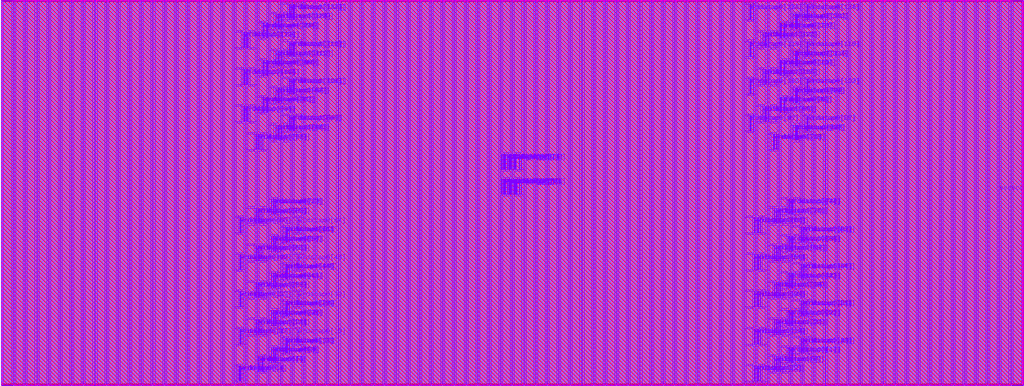
<source format=lef>
VERSION 5.8 ;
BUSBITCHARS "[]" ;
DIVIDERCHAR "/" ;

UNITS
  DATABASE MICRONS 4000 ;
END UNITS

PROPERTYDEFINITIONS
  MACRO hpml_layer STRING ;
  MACRO heml_layer STRING ;
END PROPERTYDEFINITIONS

MACRO arf132b224e1r1w0cbbehcaa4acw
  CLASS BLOCK ;
  FOREIGN arf132b224e1r1w0cbbehcaa4acw ;
  ORIGIN 0 0 ;
  SIZE 79.2 BY 29.76 ;
  PIN ckrdp0
    DIRECTION INPUT ;
    USE SIGNAL ;
    PORT
      LAYER m7 ;
        RECT 38.784 16.68 38.828 17.88 ;
    END
  END ckrdp0
  PIN ckwrp0
    DIRECTION INPUT ;
    USE SIGNAL ;
    PORT
      LAYER m7 ;
        RECT 38.784 14.76 38.828 15.96 ;
    END
  END ckwrp0
  PIN rdaddrp0[0]
    DIRECTION INPUT ;
    USE SIGNAL ;
    PORT
      LAYER m7 ;
        RECT 39.86 16.68 39.904 17.88 ;
    END
  END rdaddrp0[0]
  PIN rdaddrp0[1]
    DIRECTION INPUT ;
    USE SIGNAL ;
    PORT
      LAYER m7 ;
        RECT 40.112 16.68 40.156 17.88 ;
    END
  END rdaddrp0[1]
  PIN rdaddrp0[2]
    DIRECTION INPUT ;
    USE SIGNAL ;
    PORT
      LAYER m7 ;
        RECT 40.284 16.68 40.328 17.88 ;
    END
  END rdaddrp0[2]
  PIN rdaddrp0[3]
    DIRECTION INPUT ;
    USE SIGNAL ;
    PORT
      LAYER m7 ;
        RECT 38.872 16.68 38.916 17.88 ;
    END
  END rdaddrp0[3]
  PIN rdaddrp0[4]
    DIRECTION INPUT ;
    USE SIGNAL ;
    PORT
      LAYER m7 ;
        RECT 39.044 16.68 39.088 17.88 ;
    END
  END rdaddrp0[4]
  PIN rdaddrp0[5]
    DIRECTION INPUT ;
    USE SIGNAL ;
    PORT
      LAYER m7 ;
        RECT 39.296 16.68 39.34 17.88 ;
    END
  END rdaddrp0[5]
  PIN rdaddrp0[6]
    DIRECTION INPUT ;
    USE SIGNAL ;
    PORT
      LAYER m7 ;
        RECT 39.472 16.68 39.516 17.88 ;
    END
  END rdaddrp0[6]
  PIN rdaddrp0[7]
    DIRECTION INPUT ;
    USE SIGNAL ;
    PORT
      LAYER m7 ;
        RECT 39.772 16.68 39.816 17.88 ;
    END
  END rdaddrp0[7]
  PIN rdaddrp0_fd
    DIRECTION INPUT ;
    USE SIGNAL ;
    PORT
      LAYER m7 ;
        RECT 38.96 16.68 39.004 17.88 ;
    END
  END rdaddrp0_fd
  PIN rdaddrp0_rd
    DIRECTION INPUT ;
    USE SIGNAL ;
    PORT
      LAYER m7 ;
        RECT 39.212 16.68 39.256 17.88 ;
    END
  END rdaddrp0_rd
  PIN rdenp0
    DIRECTION INPUT ;
    USE SIGNAL ;
    PORT
      LAYER m7 ;
        RECT 39.384 16.68 39.428 17.88 ;
    END
  END rdenp0
  PIN sdl_initp0
    DIRECTION INPUT ;
    USE SIGNAL ;
    PORT
      LAYER m7 ;
        RECT 39.684 16.68 39.728 17.88 ;
    END
  END sdl_initp0
  PIN wraddrp0[0]
    DIRECTION INPUT ;
    USE SIGNAL ;
    PORT
      LAYER m7 ;
        RECT 40.112 14.76 40.156 15.96 ;
    END
  END wraddrp0[0]
  PIN wraddrp0[1]
    DIRECTION INPUT ;
    USE SIGNAL ;
    PORT
      LAYER m7 ;
        RECT 40.284 14.76 40.328 15.96 ;
    END
  END wraddrp0[1]
  PIN wraddrp0[2]
    DIRECTION INPUT ;
    USE SIGNAL ;
    PORT
      LAYER m7 ;
        RECT 38.872 14.76 38.916 15.96 ;
    END
  END wraddrp0[2]
  PIN wraddrp0[3]
    DIRECTION INPUT ;
    USE SIGNAL ;
    PORT
      LAYER m7 ;
        RECT 39.044 14.76 39.088 15.96 ;
    END
  END wraddrp0[3]
  PIN wraddrp0[4]
    DIRECTION INPUT ;
    USE SIGNAL ;
    PORT
      LAYER m7 ;
        RECT 39.296 14.76 39.34 15.96 ;
    END
  END wraddrp0[4]
  PIN wraddrp0[5]
    DIRECTION INPUT ;
    USE SIGNAL ;
    PORT
      LAYER m7 ;
        RECT 39.472 14.76 39.516 15.96 ;
    END
  END wraddrp0[5]
  PIN wraddrp0[6]
    DIRECTION INPUT ;
    USE SIGNAL ;
    PORT
      LAYER m7 ;
        RECT 39.772 14.76 39.816 15.96 ;
    END
  END wraddrp0[6]
  PIN wraddrp0[7]
    DIRECTION INPUT ;
    USE SIGNAL ;
    PORT
      LAYER m7 ;
        RECT 39.944 14.76 39.988 15.96 ;
    END
  END wraddrp0[7]
  PIN wraddrp0_fd
    DIRECTION INPUT ;
    USE SIGNAL ;
    PORT
      LAYER m7 ;
        RECT 38.96 14.76 39.004 15.96 ;
    END
  END wraddrp0_fd
  PIN wraddrp0_rd
    DIRECTION INPUT ;
    USE SIGNAL ;
    PORT
      LAYER m7 ;
        RECT 39.212 14.76 39.256 15.96 ;
    END
  END wraddrp0_rd
  PIN wrdatap0[0]
    DIRECTION INPUT ;
    USE SIGNAL ;
    PORT
      LAYER m7 ;
        RECT 18.344 0.24 18.388 1.44 ;
    END
  END wrdatap0[0]
  PIN wrdatap0[100]
    DIRECTION INPUT ;
    USE SIGNAL ;
    PORT
      LAYER m7 ;
        RECT 22.284 22.56 22.328 23.76 ;
    END
  END wrdatap0[100]
  PIN wrdatap0[101]
    DIRECTION INPUT ;
    USE SIGNAL ;
    PORT
      LAYER m7 ;
        RECT 22.372 22.56 22.416 23.76 ;
    END
  END wrdatap0[101]
  PIN wrdatap0[102]
    DIRECTION INPUT ;
    USE SIGNAL ;
    PORT
      LAYER m7 ;
        RECT 62.444 22.56 62.488 23.76 ;
    END
  END wrdatap0[102]
  PIN wrdatap0[103]
    DIRECTION INPUT ;
    USE SIGNAL ;
    PORT
      LAYER m7 ;
        RECT 62.528 22.56 62.572 23.76 ;
    END
  END wrdatap0[103]
  PIN wrdatap0[104]
    DIRECTION INPUT ;
    USE SIGNAL ;
    PORT
      LAYER m7 ;
        RECT 18.684 23.28 18.728 24.48 ;
    END
  END wrdatap0[104]
  PIN wrdatap0[105]
    DIRECTION INPUT ;
    USE SIGNAL ;
    PORT
      LAYER m7 ;
        RECT 18.772 23.28 18.816 24.48 ;
    END
  END wrdatap0[105]
  PIN wrdatap0[106]
    DIRECTION INPUT ;
    USE SIGNAL ;
    PORT
      LAYER m7 ;
        RECT 59.012 23.28 59.056 24.48 ;
    END
  END wrdatap0[106]
  PIN wrdatap0[107]
    DIRECTION INPUT ;
    USE SIGNAL ;
    PORT
      LAYER m7 ;
        RECT 59.184 23.28 59.228 24.48 ;
    END
  END wrdatap0[107]
  PIN wrdatap0[108]
    DIRECTION INPUT ;
    USE SIGNAL ;
    PORT
      LAYER m7 ;
        RECT 20.228 24 20.272 25.2 ;
    END
  END wrdatap0[108]
  PIN wrdatap0[109]
    DIRECTION INPUT ;
    USE SIGNAL ;
    PORT
      LAYER m7 ;
        RECT 20.312 24 20.356 25.2 ;
    END
  END wrdatap0[109]
  PIN wrdatap0[10]
    DIRECTION INPUT ;
    USE SIGNAL ;
    PORT
      LAYER m7 ;
        RECT 60.984 1.68 61.028 2.88 ;
    END
  END wrdatap0[10]
  PIN wrdatap0[110]
    DIRECTION INPUT ;
    USE SIGNAL ;
    PORT
      LAYER m7 ;
        RECT 60.384 24 60.428 25.2 ;
    END
  END wrdatap0[110]
  PIN wrdatap0[111]
    DIRECTION INPUT ;
    USE SIGNAL ;
    PORT
      LAYER m7 ;
        RECT 60.472 24 60.516 25.2 ;
    END
  END wrdatap0[111]
  PIN wrdatap0[112]
    DIRECTION INPUT ;
    USE SIGNAL ;
    PORT
      LAYER m7 ;
        RECT 21.212 24.72 21.256 25.92 ;
    END
  END wrdatap0[112]
  PIN wrdatap0[113]
    DIRECTION INPUT ;
    USE SIGNAL ;
    PORT
      LAYER m7 ;
        RECT 21.384 24.72 21.428 25.92 ;
    END
  END wrdatap0[113]
  PIN wrdatap0[114]
    DIRECTION INPUT ;
    USE SIGNAL ;
    PORT
      LAYER m7 ;
        RECT 61.372 24.72 61.416 25.92 ;
    END
  END wrdatap0[114]
  PIN wrdatap0[115]
    DIRECTION INPUT ;
    USE SIGNAL ;
    PORT
      LAYER m7 ;
        RECT 61.544 24.72 61.588 25.92 ;
    END
  END wrdatap0[115]
  PIN wrdatap0[116]
    DIRECTION INPUT ;
    USE SIGNAL ;
    PORT
      LAYER m7 ;
        RECT 22.284 25.44 22.328 26.64 ;
    END
  END wrdatap0[116]
  PIN wrdatap0[117]
    DIRECTION INPUT ;
    USE SIGNAL ;
    PORT
      LAYER m7 ;
        RECT 22.372 25.44 22.416 26.64 ;
    END
  END wrdatap0[117]
  PIN wrdatap0[118]
    DIRECTION INPUT ;
    USE SIGNAL ;
    PORT
      LAYER m7 ;
        RECT 62.444 25.44 62.488 26.64 ;
    END
  END wrdatap0[118]
  PIN wrdatap0[119]
    DIRECTION INPUT ;
    USE SIGNAL ;
    PORT
      LAYER m7 ;
        RECT 62.528 25.44 62.572 26.64 ;
    END
  END wrdatap0[119]
  PIN wrdatap0[11]
    DIRECTION INPUT ;
    USE SIGNAL ;
    PORT
      LAYER m7 ;
        RECT 61.072 1.68 61.116 2.88 ;
    END
  END wrdatap0[11]
  PIN wrdatap0[120]
    DIRECTION INPUT ;
    USE SIGNAL ;
    PORT
      LAYER m7 ;
        RECT 18.684 26.16 18.728 27.36 ;
    END
  END wrdatap0[120]
  PIN wrdatap0[121]
    DIRECTION INPUT ;
    USE SIGNAL ;
    PORT
      LAYER m7 ;
        RECT 18.772 26.16 18.816 27.36 ;
    END
  END wrdatap0[121]
  PIN wrdatap0[122]
    DIRECTION INPUT ;
    USE SIGNAL ;
    PORT
      LAYER m7 ;
        RECT 59.012 26.16 59.056 27.36 ;
    END
  END wrdatap0[122]
  PIN wrdatap0[123]
    DIRECTION INPUT ;
    USE SIGNAL ;
    PORT
      LAYER m7 ;
        RECT 59.184 26.16 59.228 27.36 ;
    END
  END wrdatap0[123]
  PIN wrdatap0[124]
    DIRECTION INPUT ;
    USE SIGNAL ;
    PORT
      LAYER m7 ;
        RECT 20.228 26.88 20.272 28.08 ;
    END
  END wrdatap0[124]
  PIN wrdatap0[125]
    DIRECTION INPUT ;
    USE SIGNAL ;
    PORT
      LAYER m7 ;
        RECT 20.312 26.88 20.356 28.08 ;
    END
  END wrdatap0[125]
  PIN wrdatap0[126]
    DIRECTION INPUT ;
    USE SIGNAL ;
    PORT
      LAYER m7 ;
        RECT 60.384 26.88 60.428 28.08 ;
    END
  END wrdatap0[126]
  PIN wrdatap0[127]
    DIRECTION INPUT ;
    USE SIGNAL ;
    PORT
      LAYER m7 ;
        RECT 60.472 26.88 60.516 28.08 ;
    END
  END wrdatap0[127]
  PIN wrdatap0[128]
    DIRECTION INPUT ;
    USE SIGNAL ;
    PORT
      LAYER m7 ;
        RECT 21.212 27.6 21.256 28.8 ;
    END
  END wrdatap0[128]
  PIN wrdatap0[129]
    DIRECTION INPUT ;
    USE SIGNAL ;
    PORT
      LAYER m7 ;
        RECT 21.384 27.6 21.428 28.8 ;
    END
  END wrdatap0[129]
  PIN wrdatap0[12]
    DIRECTION INPUT ;
    USE SIGNAL ;
    PORT
      LAYER m7 ;
        RECT 21.944 2.4 21.988 3.6 ;
    END
  END wrdatap0[12]
  PIN wrdatap0[130]
    DIRECTION INPUT ;
    USE SIGNAL ;
    PORT
      LAYER m7 ;
        RECT 61.372 27.6 61.416 28.8 ;
    END
  END wrdatap0[130]
  PIN wrdatap0[131]
    DIRECTION INPUT ;
    USE SIGNAL ;
    PORT
      LAYER m7 ;
        RECT 61.544 27.6 61.588 28.8 ;
    END
  END wrdatap0[131]
  PIN wrdatap0[132]
    DIRECTION INPUT ;
    USE SIGNAL ;
    PORT
      LAYER m7 ;
        RECT 22.284 28.32 22.328 29.52 ;
    END
  END wrdatap0[132]
  PIN wrdatap0[133]
    DIRECTION INPUT ;
    USE SIGNAL ;
    PORT
      LAYER m7 ;
        RECT 22.372 28.32 22.416 29.52 ;
    END
  END wrdatap0[133]
  PIN wrdatap0[134]
    DIRECTION INPUT ;
    USE SIGNAL ;
    PORT
      LAYER m7 ;
        RECT 62.444 28.32 62.488 29.52 ;
    END
  END wrdatap0[134]
  PIN wrdatap0[135]
    DIRECTION INPUT ;
    USE SIGNAL ;
    PORT
      LAYER m7 ;
        RECT 62.528 28.32 62.572 29.52 ;
    END
  END wrdatap0[135]
  PIN wrdatap0[13]
    DIRECTION INPUT ;
    USE SIGNAL ;
    PORT
      LAYER m7 ;
        RECT 22.028 2.4 22.072 3.6 ;
    END
  END wrdatap0[13]
  PIN wrdatap0[14]
    DIRECTION INPUT ;
    USE SIGNAL ;
    PORT
      LAYER m7 ;
        RECT 61.972 2.4 62.016 3.6 ;
    END
  END wrdatap0[14]
  PIN wrdatap0[15]
    DIRECTION INPUT ;
    USE SIGNAL ;
    PORT
      LAYER m7 ;
        RECT 62.184 2.4 62.228 3.6 ;
    END
  END wrdatap0[15]
  PIN wrdatap0[16]
    DIRECTION INPUT ;
    USE SIGNAL ;
    PORT
      LAYER m7 ;
        RECT 22.928 3.12 22.972 4.32 ;
    END
  END wrdatap0[16]
  PIN wrdatap0[17]
    DIRECTION INPUT ;
    USE SIGNAL ;
    PORT
      LAYER m7 ;
        RECT 18.428 3.12 18.472 4.32 ;
    END
  END wrdatap0[17]
  PIN wrdatap0[18]
    DIRECTION INPUT ;
    USE SIGNAL ;
    PORT
      LAYER m7 ;
        RECT 58.372 3.12 58.416 4.32 ;
    END
  END wrdatap0[18]
  PIN wrdatap0[19]
    DIRECTION INPUT ;
    USE SIGNAL ;
    PORT
      LAYER m7 ;
        RECT 58.584 3.12 58.628 4.32 ;
    END
  END wrdatap0[19]
  PIN wrdatap0[1]
    DIRECTION INPUT ;
    USE SIGNAL ;
    PORT
      LAYER m7 ;
        RECT 18.428 0.24 18.472 1.44 ;
    END
  END wrdatap0[1]
  PIN wrdatap0[20]
    DIRECTION INPUT ;
    USE SIGNAL ;
    PORT
      LAYER m7 ;
        RECT 19.672 3.84 19.716 5.04 ;
    END
  END wrdatap0[20]
  PIN wrdatap0[21]
    DIRECTION INPUT ;
    USE SIGNAL ;
    PORT
      LAYER m7 ;
        RECT 19.884 3.84 19.928 5.04 ;
    END
  END wrdatap0[21]
  PIN wrdatap0[22]
    DIRECTION INPUT ;
    USE SIGNAL ;
    PORT
      LAYER m7 ;
        RECT 59.912 3.84 59.956 5.04 ;
    END
  END wrdatap0[22]
  PIN wrdatap0[23]
    DIRECTION INPUT ;
    USE SIGNAL ;
    PORT
      LAYER m7 ;
        RECT 60.084 3.84 60.128 5.04 ;
    END
  END wrdatap0[23]
  PIN wrdatap0[24]
    DIRECTION INPUT ;
    USE SIGNAL ;
    PORT
      LAYER m7 ;
        RECT 20.872 4.56 20.916 5.76 ;
    END
  END wrdatap0[24]
  PIN wrdatap0[25]
    DIRECTION INPUT ;
    USE SIGNAL ;
    PORT
      LAYER m7 ;
        RECT 21.044 4.56 21.088 5.76 ;
    END
  END wrdatap0[25]
  PIN wrdatap0[26]
    DIRECTION INPUT ;
    USE SIGNAL ;
    PORT
      LAYER m7 ;
        RECT 60.984 4.56 61.028 5.76 ;
    END
  END wrdatap0[26]
  PIN wrdatap0[27]
    DIRECTION INPUT ;
    USE SIGNAL ;
    PORT
      LAYER m7 ;
        RECT 61.072 4.56 61.116 5.76 ;
    END
  END wrdatap0[27]
  PIN wrdatap0[28]
    DIRECTION INPUT ;
    USE SIGNAL ;
    PORT
      LAYER m7 ;
        RECT 21.944 5.28 21.988 6.48 ;
    END
  END wrdatap0[28]
  PIN wrdatap0[29]
    DIRECTION INPUT ;
    USE SIGNAL ;
    PORT
      LAYER m7 ;
        RECT 22.028 5.28 22.072 6.48 ;
    END
  END wrdatap0[29]
  PIN wrdatap0[2]
    DIRECTION INPUT ;
    USE SIGNAL ;
    PORT
      LAYER m7 ;
        RECT 58.372 0.24 58.416 1.44 ;
    END
  END wrdatap0[2]
  PIN wrdatap0[30]
    DIRECTION INPUT ;
    USE SIGNAL ;
    PORT
      LAYER m7 ;
        RECT 61.972 5.28 62.016 6.48 ;
    END
  END wrdatap0[30]
  PIN wrdatap0[31]
    DIRECTION INPUT ;
    USE SIGNAL ;
    PORT
      LAYER m7 ;
        RECT 62.184 5.28 62.228 6.48 ;
    END
  END wrdatap0[31]
  PIN wrdatap0[32]
    DIRECTION INPUT ;
    USE SIGNAL ;
    PORT
      LAYER m7 ;
        RECT 22.928 6 22.972 7.2 ;
    END
  END wrdatap0[32]
  PIN wrdatap0[33]
    DIRECTION INPUT ;
    USE SIGNAL ;
    PORT
      LAYER m7 ;
        RECT 18.428 6 18.472 7.2 ;
    END
  END wrdatap0[33]
  PIN wrdatap0[34]
    DIRECTION INPUT ;
    USE SIGNAL ;
    PORT
      LAYER m7 ;
        RECT 58.372 6 58.416 7.2 ;
    END
  END wrdatap0[34]
  PIN wrdatap0[35]
    DIRECTION INPUT ;
    USE SIGNAL ;
    PORT
      LAYER m7 ;
        RECT 58.584 6 58.628 7.2 ;
    END
  END wrdatap0[35]
  PIN wrdatap0[36]
    DIRECTION INPUT ;
    USE SIGNAL ;
    PORT
      LAYER m7 ;
        RECT 19.672 6.72 19.716 7.92 ;
    END
  END wrdatap0[36]
  PIN wrdatap0[37]
    DIRECTION INPUT ;
    USE SIGNAL ;
    PORT
      LAYER m7 ;
        RECT 19.884 6.72 19.928 7.92 ;
    END
  END wrdatap0[37]
  PIN wrdatap0[38]
    DIRECTION INPUT ;
    USE SIGNAL ;
    PORT
      LAYER m7 ;
        RECT 59.912 6.72 59.956 7.92 ;
    END
  END wrdatap0[38]
  PIN wrdatap0[39]
    DIRECTION INPUT ;
    USE SIGNAL ;
    PORT
      LAYER m7 ;
        RECT 60.084 6.72 60.128 7.92 ;
    END
  END wrdatap0[39]
  PIN wrdatap0[3]
    DIRECTION INPUT ;
    USE SIGNAL ;
    PORT
      LAYER m7 ;
        RECT 58.584 0.24 58.628 1.44 ;
    END
  END wrdatap0[3]
  PIN wrdatap0[40]
    DIRECTION INPUT ;
    USE SIGNAL ;
    PORT
      LAYER m7 ;
        RECT 20.872 7.44 20.916 8.64 ;
    END
  END wrdatap0[40]
  PIN wrdatap0[41]
    DIRECTION INPUT ;
    USE SIGNAL ;
    PORT
      LAYER m7 ;
        RECT 21.044 7.44 21.088 8.64 ;
    END
  END wrdatap0[41]
  PIN wrdatap0[42]
    DIRECTION INPUT ;
    USE SIGNAL ;
    PORT
      LAYER m7 ;
        RECT 60.984 7.44 61.028 8.64 ;
    END
  END wrdatap0[42]
  PIN wrdatap0[43]
    DIRECTION INPUT ;
    USE SIGNAL ;
    PORT
      LAYER m7 ;
        RECT 61.072 7.44 61.116 8.64 ;
    END
  END wrdatap0[43]
  PIN wrdatap0[44]
    DIRECTION INPUT ;
    USE SIGNAL ;
    PORT
      LAYER m7 ;
        RECT 21.944 8.16 21.988 9.36 ;
    END
  END wrdatap0[44]
  PIN wrdatap0[45]
    DIRECTION INPUT ;
    USE SIGNAL ;
    PORT
      LAYER m7 ;
        RECT 22.028 8.16 22.072 9.36 ;
    END
  END wrdatap0[45]
  PIN wrdatap0[46]
    DIRECTION INPUT ;
    USE SIGNAL ;
    PORT
      LAYER m7 ;
        RECT 61.972 8.16 62.016 9.36 ;
    END
  END wrdatap0[46]
  PIN wrdatap0[47]
    DIRECTION INPUT ;
    USE SIGNAL ;
    PORT
      LAYER m7 ;
        RECT 62.184 8.16 62.228 9.36 ;
    END
  END wrdatap0[47]
  PIN wrdatap0[48]
    DIRECTION INPUT ;
    USE SIGNAL ;
    PORT
      LAYER m7 ;
        RECT 22.928 8.88 22.972 10.08 ;
    END
  END wrdatap0[48]
  PIN wrdatap0[49]
    DIRECTION INPUT ;
    USE SIGNAL ;
    PORT
      LAYER m7 ;
        RECT 18.428 8.88 18.472 10.08 ;
    END
  END wrdatap0[49]
  PIN wrdatap0[4]
    DIRECTION INPUT ;
    USE SIGNAL ;
    PORT
      LAYER m7 ;
        RECT 19.884 0.96 19.928 2.16 ;
    END
  END wrdatap0[4]
  PIN wrdatap0[50]
    DIRECTION INPUT ;
    USE SIGNAL ;
    PORT
      LAYER m7 ;
        RECT 58.372 8.88 58.416 10.08 ;
    END
  END wrdatap0[50]
  PIN wrdatap0[51]
    DIRECTION INPUT ;
    USE SIGNAL ;
    PORT
      LAYER m7 ;
        RECT 58.584 8.88 58.628 10.08 ;
    END
  END wrdatap0[51]
  PIN wrdatap0[52]
    DIRECTION INPUT ;
    USE SIGNAL ;
    PORT
      LAYER m7 ;
        RECT 19.672 9.6 19.716 10.8 ;
    END
  END wrdatap0[52]
  PIN wrdatap0[53]
    DIRECTION INPUT ;
    USE SIGNAL ;
    PORT
      LAYER m7 ;
        RECT 19.884 9.6 19.928 10.8 ;
    END
  END wrdatap0[53]
  PIN wrdatap0[54]
    DIRECTION INPUT ;
    USE SIGNAL ;
    PORT
      LAYER m7 ;
        RECT 59.912 9.6 59.956 10.8 ;
    END
  END wrdatap0[54]
  PIN wrdatap0[55]
    DIRECTION INPUT ;
    USE SIGNAL ;
    PORT
      LAYER m7 ;
        RECT 60.084 9.6 60.128 10.8 ;
    END
  END wrdatap0[55]
  PIN wrdatap0[56]
    DIRECTION INPUT ;
    USE SIGNAL ;
    PORT
      LAYER m7 ;
        RECT 20.872 10.32 20.916 11.52 ;
    END
  END wrdatap0[56]
  PIN wrdatap0[57]
    DIRECTION INPUT ;
    USE SIGNAL ;
    PORT
      LAYER m7 ;
        RECT 21.044 10.32 21.088 11.52 ;
    END
  END wrdatap0[57]
  PIN wrdatap0[58]
    DIRECTION INPUT ;
    USE SIGNAL ;
    PORT
      LAYER m7 ;
        RECT 60.984 10.32 61.028 11.52 ;
    END
  END wrdatap0[58]
  PIN wrdatap0[59]
    DIRECTION INPUT ;
    USE SIGNAL ;
    PORT
      LAYER m7 ;
        RECT 61.072 10.32 61.116 11.52 ;
    END
  END wrdatap0[59]
  PIN wrdatap0[5]
    DIRECTION INPUT ;
    USE SIGNAL ;
    PORT
      LAYER m7 ;
        RECT 19.972 0.96 20.016 2.16 ;
    END
  END wrdatap0[5]
  PIN wrdatap0[60]
    DIRECTION INPUT ;
    USE SIGNAL ;
    PORT
      LAYER m7 ;
        RECT 21.944 11.04 21.988 12.24 ;
    END
  END wrdatap0[60]
  PIN wrdatap0[61]
    DIRECTION INPUT ;
    USE SIGNAL ;
    PORT
      LAYER m7 ;
        RECT 22.028 11.04 22.072 12.24 ;
    END
  END wrdatap0[61]
  PIN wrdatap0[62]
    DIRECTION INPUT ;
    USE SIGNAL ;
    PORT
      LAYER m7 ;
        RECT 61.972 11.04 62.016 12.24 ;
    END
  END wrdatap0[62]
  PIN wrdatap0[63]
    DIRECTION INPUT ;
    USE SIGNAL ;
    PORT
      LAYER m7 ;
        RECT 62.184 11.04 62.228 12.24 ;
    END
  END wrdatap0[63]
  PIN wrdatap0[64]
    DIRECTION INPUT ;
    USE SIGNAL ;
    PORT
      LAYER m7 ;
        RECT 22.928 11.76 22.972 12.96 ;
    END
  END wrdatap0[64]
  PIN wrdatap0[65]
    DIRECTION INPUT ;
    USE SIGNAL ;
    PORT
      LAYER m7 ;
        RECT 18.428 11.76 18.472 12.96 ;
    END
  END wrdatap0[65]
  PIN wrdatap0[66]
    DIRECTION INPUT ;
    USE SIGNAL ;
    PORT
      LAYER m7 ;
        RECT 58.372 11.76 58.416 12.96 ;
    END
  END wrdatap0[66]
  PIN wrdatap0[67]
    DIRECTION INPUT ;
    USE SIGNAL ;
    PORT
      LAYER m7 ;
        RECT 58.584 11.76 58.628 12.96 ;
    END
  END wrdatap0[67]
  PIN wrdatap0[68]
    DIRECTION INPUT ;
    USE SIGNAL ;
    PORT
      LAYER m7 ;
        RECT 19.672 12.48 19.716 13.68 ;
    END
  END wrdatap0[68]
  PIN wrdatap0[69]
    DIRECTION INPUT ;
    USE SIGNAL ;
    PORT
      LAYER m7 ;
        RECT 19.884 12.48 19.928 13.68 ;
    END
  END wrdatap0[69]
  PIN wrdatap0[6]
    DIRECTION INPUT ;
    USE SIGNAL ;
    PORT
      LAYER m7 ;
        RECT 59.912 0.96 59.956 2.16 ;
    END
  END wrdatap0[6]
  PIN wrdatap0[70]
    DIRECTION INPUT ;
    USE SIGNAL ;
    PORT
      LAYER m7 ;
        RECT 59.912 12.48 59.956 13.68 ;
    END
  END wrdatap0[70]
  PIN wrdatap0[71]
    DIRECTION INPUT ;
    USE SIGNAL ;
    PORT
      LAYER m7 ;
        RECT 60.084 12.48 60.128 13.68 ;
    END
  END wrdatap0[71]
  PIN wrdatap0[72]
    DIRECTION INPUT ;
    USE SIGNAL ;
    PORT
      LAYER m7 ;
        RECT 20.872 13.2 20.916 14.4 ;
    END
  END wrdatap0[72]
  PIN wrdatap0[73]
    DIRECTION INPUT ;
    USE SIGNAL ;
    PORT
      LAYER m7 ;
        RECT 21.044 13.2 21.088 14.4 ;
    END
  END wrdatap0[73]
  PIN wrdatap0[74]
    DIRECTION INPUT ;
    USE SIGNAL ;
    PORT
      LAYER m7 ;
        RECT 60.984 13.2 61.028 14.4 ;
    END
  END wrdatap0[74]
  PIN wrdatap0[75]
    DIRECTION INPUT ;
    USE SIGNAL ;
    PORT
      LAYER m7 ;
        RECT 61.072 13.2 61.116 14.4 ;
    END
  END wrdatap0[75]
  PIN wrdatap0[76]
    DIRECTION INPUT ;
    USE SIGNAL ;
    PORT
      LAYER m7 ;
        RECT 19.672 18.24 19.716 19.44 ;
    END
  END wrdatap0[76]
  PIN wrdatap0[77]
    DIRECTION INPUT ;
    USE SIGNAL ;
    PORT
      LAYER m7 ;
        RECT 19.884 18.24 19.928 19.44 ;
    END
  END wrdatap0[77]
  PIN wrdatap0[78]
    DIRECTION INPUT ;
    USE SIGNAL ;
    PORT
      LAYER m7 ;
        RECT 59.828 18.24 59.872 19.44 ;
    END
  END wrdatap0[78]
  PIN wrdatap0[79]
    DIRECTION INPUT ;
    USE SIGNAL ;
    PORT
      LAYER m7 ;
        RECT 59.912 18.24 59.956 19.44 ;
    END
  END wrdatap0[79]
  PIN wrdatap0[7]
    DIRECTION INPUT ;
    USE SIGNAL ;
    PORT
      LAYER m7 ;
        RECT 60.084 0.96 60.128 2.16 ;
    END
  END wrdatap0[7]
  PIN wrdatap0[80]
    DIRECTION INPUT ;
    USE SIGNAL ;
    PORT
      LAYER m7 ;
        RECT 21.212 18.96 21.256 20.16 ;
    END
  END wrdatap0[80]
  PIN wrdatap0[81]
    DIRECTION INPUT ;
    USE SIGNAL ;
    PORT
      LAYER m7 ;
        RECT 21.384 18.96 21.428 20.16 ;
    END
  END wrdatap0[81]
  PIN wrdatap0[82]
    DIRECTION INPUT ;
    USE SIGNAL ;
    PORT
      LAYER m7 ;
        RECT 61.372 18.96 61.416 20.16 ;
    END
  END wrdatap0[82]
  PIN wrdatap0[83]
    DIRECTION INPUT ;
    USE SIGNAL ;
    PORT
      LAYER m7 ;
        RECT 61.544 18.96 61.588 20.16 ;
    END
  END wrdatap0[83]
  PIN wrdatap0[84]
    DIRECTION INPUT ;
    USE SIGNAL ;
    PORT
      LAYER m7 ;
        RECT 22.284 19.68 22.328 20.88 ;
    END
  END wrdatap0[84]
  PIN wrdatap0[85]
    DIRECTION INPUT ;
    USE SIGNAL ;
    PORT
      LAYER m7 ;
        RECT 22.372 19.68 22.416 20.88 ;
    END
  END wrdatap0[85]
  PIN wrdatap0[86]
    DIRECTION INPUT ;
    USE SIGNAL ;
    PORT
      LAYER m7 ;
        RECT 62.444 19.68 62.488 20.88 ;
    END
  END wrdatap0[86]
  PIN wrdatap0[87]
    DIRECTION INPUT ;
    USE SIGNAL ;
    PORT
      LAYER m7 ;
        RECT 62.528 19.68 62.572 20.88 ;
    END
  END wrdatap0[87]
  PIN wrdatap0[88]
    DIRECTION INPUT ;
    USE SIGNAL ;
    PORT
      LAYER m7 ;
        RECT 18.684 20.4 18.728 21.6 ;
    END
  END wrdatap0[88]
  PIN wrdatap0[89]
    DIRECTION INPUT ;
    USE SIGNAL ;
    PORT
      LAYER m7 ;
        RECT 18.772 20.4 18.816 21.6 ;
    END
  END wrdatap0[89]
  PIN wrdatap0[8]
    DIRECTION INPUT ;
    USE SIGNAL ;
    PORT
      LAYER m7 ;
        RECT 20.872 1.68 20.916 2.88 ;
    END
  END wrdatap0[8]
  PIN wrdatap0[90]
    DIRECTION INPUT ;
    USE SIGNAL ;
    PORT
      LAYER m7 ;
        RECT 59.012 20.4 59.056 21.6 ;
    END
  END wrdatap0[90]
  PIN wrdatap0[91]
    DIRECTION INPUT ;
    USE SIGNAL ;
    PORT
      LAYER m7 ;
        RECT 59.184 20.4 59.228 21.6 ;
    END
  END wrdatap0[91]
  PIN wrdatap0[92]
    DIRECTION INPUT ;
    USE SIGNAL ;
    PORT
      LAYER m7 ;
        RECT 20.228 21.12 20.272 22.32 ;
    END
  END wrdatap0[92]
  PIN wrdatap0[93]
    DIRECTION INPUT ;
    USE SIGNAL ;
    PORT
      LAYER m7 ;
        RECT 20.312 21.12 20.356 22.32 ;
    END
  END wrdatap0[93]
  PIN wrdatap0[94]
    DIRECTION INPUT ;
    USE SIGNAL ;
    PORT
      LAYER m7 ;
        RECT 60.384 21.12 60.428 22.32 ;
    END
  END wrdatap0[94]
  PIN wrdatap0[95]
    DIRECTION INPUT ;
    USE SIGNAL ;
    PORT
      LAYER m7 ;
        RECT 60.472 21.12 60.516 22.32 ;
    END
  END wrdatap0[95]
  PIN wrdatap0[96]
    DIRECTION INPUT ;
    USE SIGNAL ;
    PORT
      LAYER m7 ;
        RECT 21.212 21.84 21.256 23.04 ;
    END
  END wrdatap0[96]
  PIN wrdatap0[97]
    DIRECTION INPUT ;
    USE SIGNAL ;
    PORT
      LAYER m7 ;
        RECT 21.384 21.84 21.428 23.04 ;
    END
  END wrdatap0[97]
  PIN wrdatap0[98]
    DIRECTION INPUT ;
    USE SIGNAL ;
    PORT
      LAYER m7 ;
        RECT 61.372 21.84 61.416 23.04 ;
    END
  END wrdatap0[98]
  PIN wrdatap0[99]
    DIRECTION INPUT ;
    USE SIGNAL ;
    PORT
      LAYER m7 ;
        RECT 61.544 21.84 61.588 23.04 ;
    END
  END wrdatap0[99]
  PIN wrdatap0[9]
    DIRECTION INPUT ;
    USE SIGNAL ;
    PORT
      LAYER m7 ;
        RECT 21.044 1.68 21.088 2.88 ;
    END
  END wrdatap0[9]
  PIN wrdatap0_fd
    DIRECTION INPUT ;
    USE SIGNAL ;
    PORT
      LAYER m7 ;
        RECT 39.684 14.76 39.728 15.96 ;
    END
  END wrdatap0_fd
  PIN wrdatap0_rd
    DIRECTION INPUT ;
    USE SIGNAL ;
    PORT
      LAYER m7 ;
        RECT 39.86 14.76 39.904 15.96 ;
    END
  END wrdatap0_rd
  PIN wrenp0
    DIRECTION INPUT ;
    USE SIGNAL ;
    PORT
      LAYER m7 ;
        RECT 39.384 14.76 39.428 15.96 ;
    END
  END wrenp0
  PIN rddatap0[0]
    DIRECTION OUTPUT ;
    USE SIGNAL ;
    PORT
      LAYER m7 ;
        RECT 18.512 0.24 18.556 1.44 ;
    END
  END rddatap0[0]
  PIN rddatap0[100]
    DIRECTION OUTPUT ;
    USE SIGNAL ;
    PORT
      LAYER m7 ;
        RECT 22.584 22.56 22.628 23.76 ;
    END
  END rddatap0[100]
  PIN rddatap0[101]
    DIRECTION OUTPUT ;
    USE SIGNAL ;
    PORT
      LAYER m7 ;
        RECT 22.672 22.56 22.716 23.76 ;
    END
  END rddatap0[101]
  PIN rddatap0[102]
    DIRECTION OUTPUT ;
    USE SIGNAL ;
    PORT
      LAYER m7 ;
        RECT 58.028 22.56 58.072 23.76 ;
    END
  END rddatap0[102]
  PIN rddatap0[103]
    DIRECTION OUTPUT ;
    USE SIGNAL ;
    PORT
      LAYER m7 ;
        RECT 58.112 22.56 58.156 23.76 ;
    END
  END rddatap0[103]
  PIN rddatap0[104]
    DIRECTION OUTPUT ;
    USE SIGNAL ;
    PORT
      LAYER m7 ;
        RECT 18.984 23.28 19.028 24.48 ;
    END
  END rddatap0[104]
  PIN rddatap0[105]
    DIRECTION OUTPUT ;
    USE SIGNAL ;
    PORT
      LAYER m7 ;
        RECT 19.072 23.28 19.116 24.48 ;
    END
  END rddatap0[105]
  PIN rddatap0[106]
    DIRECTION OUTPUT ;
    USE SIGNAL ;
    PORT
      LAYER m7 ;
        RECT 59.272 23.28 59.316 24.48 ;
    END
  END rddatap0[106]
  PIN rddatap0[107]
    DIRECTION OUTPUT ;
    USE SIGNAL ;
    PORT
      LAYER m7 ;
        RECT 59.484 23.28 59.528 24.48 ;
    END
  END rddatap0[107]
  PIN rddatap0[108]
    DIRECTION OUTPUT ;
    USE SIGNAL ;
    PORT
      LAYER m7 ;
        RECT 20.484 24 20.528 25.2 ;
    END
  END rddatap0[108]
  PIN rddatap0[109]
    DIRECTION OUTPUT ;
    USE SIGNAL ;
    PORT
      LAYER m7 ;
        RECT 20.572 24 20.616 25.2 ;
    END
  END rddatap0[109]
  PIN rddatap0[10]
    DIRECTION OUTPUT ;
    USE SIGNAL ;
    PORT
      LAYER m7 ;
        RECT 61.284 1.68 61.328 2.88 ;
    END
  END rddatap0[10]
  PIN rddatap0[110]
    DIRECTION OUTPUT ;
    USE SIGNAL ;
    PORT
      LAYER m7 ;
        RECT 60.644 24 60.688 25.2 ;
    END
  END rddatap0[110]
  PIN rddatap0[111]
    DIRECTION OUTPUT ;
    USE SIGNAL ;
    PORT
      LAYER m7 ;
        RECT 60.728 24 60.772 25.2 ;
    END
  END rddatap0[111]
  PIN rddatap0[112]
    DIRECTION OUTPUT ;
    USE SIGNAL ;
    PORT
      LAYER m7 ;
        RECT 21.472 24.72 21.516 25.92 ;
    END
  END rddatap0[112]
  PIN rddatap0[113]
    DIRECTION OUTPUT ;
    USE SIGNAL ;
    PORT
      LAYER m7 ;
        RECT 21.684 24.72 21.728 25.92 ;
    END
  END rddatap0[113]
  PIN rddatap0[114]
    DIRECTION OUTPUT ;
    USE SIGNAL ;
    PORT
      LAYER m7 ;
        RECT 61.628 24.72 61.672 25.92 ;
    END
  END rddatap0[114]
  PIN rddatap0[115]
    DIRECTION OUTPUT ;
    USE SIGNAL ;
    PORT
      LAYER m7 ;
        RECT 61.712 24.72 61.756 25.92 ;
    END
  END rddatap0[115]
  PIN rddatap0[116]
    DIRECTION OUTPUT ;
    USE SIGNAL ;
    PORT
      LAYER m7 ;
        RECT 22.584 25.44 22.628 26.64 ;
    END
  END rddatap0[116]
  PIN rddatap0[117]
    DIRECTION OUTPUT ;
    USE SIGNAL ;
    PORT
      LAYER m7 ;
        RECT 22.672 25.44 22.716 26.64 ;
    END
  END rddatap0[117]
  PIN rddatap0[118]
    DIRECTION OUTPUT ;
    USE SIGNAL ;
    PORT
      LAYER m7 ;
        RECT 58.028 25.44 58.072 26.64 ;
    END
  END rddatap0[118]
  PIN rddatap0[119]
    DIRECTION OUTPUT ;
    USE SIGNAL ;
    PORT
      LAYER m7 ;
        RECT 58.112 25.44 58.156 26.64 ;
    END
  END rddatap0[119]
  PIN rddatap0[11]
    DIRECTION OUTPUT ;
    USE SIGNAL ;
    PORT
      LAYER m7 ;
        RECT 61.372 1.68 61.416 2.88 ;
    END
  END rddatap0[11]
  PIN rddatap0[120]
    DIRECTION OUTPUT ;
    USE SIGNAL ;
    PORT
      LAYER m7 ;
        RECT 18.984 26.16 19.028 27.36 ;
    END
  END rddatap0[120]
  PIN rddatap0[121]
    DIRECTION OUTPUT ;
    USE SIGNAL ;
    PORT
      LAYER m7 ;
        RECT 19.072 26.16 19.116 27.36 ;
    END
  END rddatap0[121]
  PIN rddatap0[122]
    DIRECTION OUTPUT ;
    USE SIGNAL ;
    PORT
      LAYER m7 ;
        RECT 59.272 26.16 59.316 27.36 ;
    END
  END rddatap0[122]
  PIN rddatap0[123]
    DIRECTION OUTPUT ;
    USE SIGNAL ;
    PORT
      LAYER m7 ;
        RECT 59.484 26.16 59.528 27.36 ;
    END
  END rddatap0[123]
  PIN rddatap0[124]
    DIRECTION OUTPUT ;
    USE SIGNAL ;
    PORT
      LAYER m7 ;
        RECT 20.484 26.88 20.528 28.08 ;
    END
  END rddatap0[124]
  PIN rddatap0[125]
    DIRECTION OUTPUT ;
    USE SIGNAL ;
    PORT
      LAYER m7 ;
        RECT 20.572 26.88 20.616 28.08 ;
    END
  END rddatap0[125]
  PIN rddatap0[126]
    DIRECTION OUTPUT ;
    USE SIGNAL ;
    PORT
      LAYER m7 ;
        RECT 60.644 26.88 60.688 28.08 ;
    END
  END rddatap0[126]
  PIN rddatap0[127]
    DIRECTION OUTPUT ;
    USE SIGNAL ;
    PORT
      LAYER m7 ;
        RECT 60.728 26.88 60.772 28.08 ;
    END
  END rddatap0[127]
  PIN rddatap0[128]
    DIRECTION OUTPUT ;
    USE SIGNAL ;
    PORT
      LAYER m7 ;
        RECT 21.472 27.6 21.516 28.8 ;
    END
  END rddatap0[128]
  PIN rddatap0[129]
    DIRECTION OUTPUT ;
    USE SIGNAL ;
    PORT
      LAYER m7 ;
        RECT 21.684 27.6 21.728 28.8 ;
    END
  END rddatap0[129]
  PIN rddatap0[12]
    DIRECTION OUTPUT ;
    USE SIGNAL ;
    PORT
      LAYER m7 ;
        RECT 22.112 2.4 22.156 3.6 ;
    END
  END rddatap0[12]
  PIN rddatap0[130]
    DIRECTION OUTPUT ;
    USE SIGNAL ;
    PORT
      LAYER m7 ;
        RECT 61.628 27.6 61.672 28.8 ;
    END
  END rddatap0[130]
  PIN rddatap0[131]
    DIRECTION OUTPUT ;
    USE SIGNAL ;
    PORT
      LAYER m7 ;
        RECT 61.712 27.6 61.756 28.8 ;
    END
  END rddatap0[131]
  PIN rddatap0[132]
    DIRECTION OUTPUT ;
    USE SIGNAL ;
    PORT
      LAYER m7 ;
        RECT 22.584 28.32 22.628 29.52 ;
    END
  END rddatap0[132]
  PIN rddatap0[133]
    DIRECTION OUTPUT ;
    USE SIGNAL ;
    PORT
      LAYER m7 ;
        RECT 22.672 28.32 22.716 29.52 ;
    END
  END rddatap0[133]
  PIN rddatap0[134]
    DIRECTION OUTPUT ;
    USE SIGNAL ;
    PORT
      LAYER m7 ;
        RECT 58.028 28.32 58.072 29.52 ;
    END
  END rddatap0[134]
  PIN rddatap0[135]
    DIRECTION OUTPUT ;
    USE SIGNAL ;
    PORT
      LAYER m7 ;
        RECT 58.112 28.32 58.156 29.52 ;
    END
  END rddatap0[135]
  PIN rddatap0[13]
    DIRECTION OUTPUT ;
    USE SIGNAL ;
    PORT
      LAYER m7 ;
        RECT 22.284 2.4 22.328 3.6 ;
    END
  END rddatap0[13]
  PIN rddatap0[14]
    DIRECTION OUTPUT ;
    USE SIGNAL ;
    PORT
      LAYER m7 ;
        RECT 62.272 2.4 62.316 3.6 ;
    END
  END rddatap0[14]
  PIN rddatap0[15]
    DIRECTION OUTPUT ;
    USE SIGNAL ;
    PORT
      LAYER m7 ;
        RECT 62.444 2.4 62.488 3.6 ;
    END
  END rddatap0[15]
  PIN rddatap0[16]
    DIRECTION OUTPUT ;
    USE SIGNAL ;
    PORT
      LAYER m7 ;
        RECT 18.512 3.12 18.556 4.32 ;
    END
  END rddatap0[16]
  PIN rddatap0[17]
    DIRECTION OUTPUT ;
    USE SIGNAL ;
    PORT
      LAYER m7 ;
        RECT 18.684 3.12 18.728 4.32 ;
    END
  END rddatap0[17]
  PIN rddatap0[18]
    DIRECTION OUTPUT ;
    USE SIGNAL ;
    PORT
      LAYER m7 ;
        RECT 58.672 3.12 58.716 4.32 ;
    END
  END rddatap0[18]
  PIN rddatap0[19]
    DIRECTION OUTPUT ;
    USE SIGNAL ;
    PORT
      LAYER m7 ;
        RECT 58.844 3.12 58.888 4.32 ;
    END
  END rddatap0[19]
  PIN rddatap0[1]
    DIRECTION OUTPUT ;
    USE SIGNAL ;
    PORT
      LAYER m7 ;
        RECT 18.684 0.24 18.728 1.44 ;
    END
  END rddatap0[1]
  PIN rddatap0[20]
    DIRECTION OUTPUT ;
    USE SIGNAL ;
    PORT
      LAYER m7 ;
        RECT 19.972 3.84 20.016 5.04 ;
    END
  END rddatap0[20]
  PIN rddatap0[21]
    DIRECTION OUTPUT ;
    USE SIGNAL ;
    PORT
      LAYER m7 ;
        RECT 20.144 3.84 20.188 5.04 ;
    END
  END rddatap0[21]
  PIN rddatap0[22]
    DIRECTION OUTPUT ;
    USE SIGNAL ;
    PORT
      LAYER m7 ;
        RECT 60.172 3.84 60.216 5.04 ;
    END
  END rddatap0[22]
  PIN rddatap0[23]
    DIRECTION OUTPUT ;
    USE SIGNAL ;
    PORT
      LAYER m7 ;
        RECT 60.384 3.84 60.428 5.04 ;
    END
  END rddatap0[23]
  PIN rddatap0[24]
    DIRECTION OUTPUT ;
    USE SIGNAL ;
    PORT
      LAYER m7 ;
        RECT 21.128 4.56 21.172 5.76 ;
    END
  END rddatap0[24]
  PIN rddatap0[25]
    DIRECTION OUTPUT ;
    USE SIGNAL ;
    PORT
      LAYER m7 ;
        RECT 21.212 4.56 21.256 5.76 ;
    END
  END rddatap0[25]
  PIN rddatap0[26]
    DIRECTION OUTPUT ;
    USE SIGNAL ;
    PORT
      LAYER m7 ;
        RECT 61.284 4.56 61.328 5.76 ;
    END
  END rddatap0[26]
  PIN rddatap0[27]
    DIRECTION OUTPUT ;
    USE SIGNAL ;
    PORT
      LAYER m7 ;
        RECT 61.372 4.56 61.416 5.76 ;
    END
  END rddatap0[27]
  PIN rddatap0[28]
    DIRECTION OUTPUT ;
    USE SIGNAL ;
    PORT
      LAYER m7 ;
        RECT 22.112 5.28 22.156 6.48 ;
    END
  END rddatap0[28]
  PIN rddatap0[29]
    DIRECTION OUTPUT ;
    USE SIGNAL ;
    PORT
      LAYER m7 ;
        RECT 22.284 5.28 22.328 6.48 ;
    END
  END rddatap0[29]
  PIN rddatap0[2]
    DIRECTION OUTPUT ;
    USE SIGNAL ;
    PORT
      LAYER m7 ;
        RECT 58.672 0.24 58.716 1.44 ;
    END
  END rddatap0[2]
  PIN rddatap0[30]
    DIRECTION OUTPUT ;
    USE SIGNAL ;
    PORT
      LAYER m7 ;
        RECT 62.272 5.28 62.316 6.48 ;
    END
  END rddatap0[30]
  PIN rddatap0[31]
    DIRECTION OUTPUT ;
    USE SIGNAL ;
    PORT
      LAYER m7 ;
        RECT 62.444 5.28 62.488 6.48 ;
    END
  END rddatap0[31]
  PIN rddatap0[32]
    DIRECTION OUTPUT ;
    USE SIGNAL ;
    PORT
      LAYER m7 ;
        RECT 18.512 6 18.556 7.2 ;
    END
  END rddatap0[32]
  PIN rddatap0[33]
    DIRECTION OUTPUT ;
    USE SIGNAL ;
    PORT
      LAYER m7 ;
        RECT 18.684 6 18.728 7.2 ;
    END
  END rddatap0[33]
  PIN rddatap0[34]
    DIRECTION OUTPUT ;
    USE SIGNAL ;
    PORT
      LAYER m7 ;
        RECT 58.672 6 58.716 7.2 ;
    END
  END rddatap0[34]
  PIN rddatap0[35]
    DIRECTION OUTPUT ;
    USE SIGNAL ;
    PORT
      LAYER m7 ;
        RECT 58.844 6 58.888 7.2 ;
    END
  END rddatap0[35]
  PIN rddatap0[36]
    DIRECTION OUTPUT ;
    USE SIGNAL ;
    PORT
      LAYER m7 ;
        RECT 19.972 6.72 20.016 7.92 ;
    END
  END rddatap0[36]
  PIN rddatap0[37]
    DIRECTION OUTPUT ;
    USE SIGNAL ;
    PORT
      LAYER m7 ;
        RECT 20.144 6.72 20.188 7.92 ;
    END
  END rddatap0[37]
  PIN rddatap0[38]
    DIRECTION OUTPUT ;
    USE SIGNAL ;
    PORT
      LAYER m7 ;
        RECT 60.172 6.72 60.216 7.92 ;
    END
  END rddatap0[38]
  PIN rddatap0[39]
    DIRECTION OUTPUT ;
    USE SIGNAL ;
    PORT
      LAYER m7 ;
        RECT 60.384 6.72 60.428 7.92 ;
    END
  END rddatap0[39]
  PIN rddatap0[3]
    DIRECTION OUTPUT ;
    USE SIGNAL ;
    PORT
      LAYER m7 ;
        RECT 58.844 0.24 58.888 1.44 ;
    END
  END rddatap0[3]
  PIN rddatap0[40]
    DIRECTION OUTPUT ;
    USE SIGNAL ;
    PORT
      LAYER m7 ;
        RECT 21.128 7.44 21.172 8.64 ;
    END
  END rddatap0[40]
  PIN rddatap0[41]
    DIRECTION OUTPUT ;
    USE SIGNAL ;
    PORT
      LAYER m7 ;
        RECT 21.212 7.44 21.256 8.64 ;
    END
  END rddatap0[41]
  PIN rddatap0[42]
    DIRECTION OUTPUT ;
    USE SIGNAL ;
    PORT
      LAYER m7 ;
        RECT 61.284 7.44 61.328 8.64 ;
    END
  END rddatap0[42]
  PIN rddatap0[43]
    DIRECTION OUTPUT ;
    USE SIGNAL ;
    PORT
      LAYER m7 ;
        RECT 61.372 7.44 61.416 8.64 ;
    END
  END rddatap0[43]
  PIN rddatap0[44]
    DIRECTION OUTPUT ;
    USE SIGNAL ;
    PORT
      LAYER m7 ;
        RECT 22.112 8.16 22.156 9.36 ;
    END
  END rddatap0[44]
  PIN rddatap0[45]
    DIRECTION OUTPUT ;
    USE SIGNAL ;
    PORT
      LAYER m7 ;
        RECT 22.284 8.16 22.328 9.36 ;
    END
  END rddatap0[45]
  PIN rddatap0[46]
    DIRECTION OUTPUT ;
    USE SIGNAL ;
    PORT
      LAYER m7 ;
        RECT 62.272 8.16 62.316 9.36 ;
    END
  END rddatap0[46]
  PIN rddatap0[47]
    DIRECTION OUTPUT ;
    USE SIGNAL ;
    PORT
      LAYER m7 ;
        RECT 62.444 8.16 62.488 9.36 ;
    END
  END rddatap0[47]
  PIN rddatap0[48]
    DIRECTION OUTPUT ;
    USE SIGNAL ;
    PORT
      LAYER m7 ;
        RECT 18.512 8.88 18.556 10.08 ;
    END
  END rddatap0[48]
  PIN rddatap0[49]
    DIRECTION OUTPUT ;
    USE SIGNAL ;
    PORT
      LAYER m7 ;
        RECT 18.684 8.88 18.728 10.08 ;
    END
  END rddatap0[49]
  PIN rddatap0[4]
    DIRECTION OUTPUT ;
    USE SIGNAL ;
    PORT
      LAYER m7 ;
        RECT 20.144 0.96 20.188 2.16 ;
    END
  END rddatap0[4]
  PIN rddatap0[50]
    DIRECTION OUTPUT ;
    USE SIGNAL ;
    PORT
      LAYER m7 ;
        RECT 58.672 8.88 58.716 10.08 ;
    END
  END rddatap0[50]
  PIN rddatap0[51]
    DIRECTION OUTPUT ;
    USE SIGNAL ;
    PORT
      LAYER m7 ;
        RECT 58.844 8.88 58.888 10.08 ;
    END
  END rddatap0[51]
  PIN rddatap0[52]
    DIRECTION OUTPUT ;
    USE SIGNAL ;
    PORT
      LAYER m7 ;
        RECT 19.972 9.6 20.016 10.8 ;
    END
  END rddatap0[52]
  PIN rddatap0[53]
    DIRECTION OUTPUT ;
    USE SIGNAL ;
    PORT
      LAYER m7 ;
        RECT 20.144 9.6 20.188 10.8 ;
    END
  END rddatap0[53]
  PIN rddatap0[54]
    DIRECTION OUTPUT ;
    USE SIGNAL ;
    PORT
      LAYER m7 ;
        RECT 60.172 9.6 60.216 10.8 ;
    END
  END rddatap0[54]
  PIN rddatap0[55]
    DIRECTION OUTPUT ;
    USE SIGNAL ;
    PORT
      LAYER m7 ;
        RECT 60.384 9.6 60.428 10.8 ;
    END
  END rddatap0[55]
  PIN rddatap0[56]
    DIRECTION OUTPUT ;
    USE SIGNAL ;
    PORT
      LAYER m7 ;
        RECT 21.128 10.32 21.172 11.52 ;
    END
  END rddatap0[56]
  PIN rddatap0[57]
    DIRECTION OUTPUT ;
    USE SIGNAL ;
    PORT
      LAYER m7 ;
        RECT 21.212 10.32 21.256 11.52 ;
    END
  END rddatap0[57]
  PIN rddatap0[58]
    DIRECTION OUTPUT ;
    USE SIGNAL ;
    PORT
      LAYER m7 ;
        RECT 61.284 10.32 61.328 11.52 ;
    END
  END rddatap0[58]
  PIN rddatap0[59]
    DIRECTION OUTPUT ;
    USE SIGNAL ;
    PORT
      LAYER m7 ;
        RECT 61.372 10.32 61.416 11.52 ;
    END
  END rddatap0[59]
  PIN rddatap0[5]
    DIRECTION OUTPUT ;
    USE SIGNAL ;
    PORT
      LAYER m7 ;
        RECT 20.228 0.96 20.272 2.16 ;
    END
  END rddatap0[5]
  PIN rddatap0[60]
    DIRECTION OUTPUT ;
    USE SIGNAL ;
    PORT
      LAYER m7 ;
        RECT 22.112 11.04 22.156 12.24 ;
    END
  END rddatap0[60]
  PIN rddatap0[61]
    DIRECTION OUTPUT ;
    USE SIGNAL ;
    PORT
      LAYER m7 ;
        RECT 22.284 11.04 22.328 12.24 ;
    END
  END rddatap0[61]
  PIN rddatap0[62]
    DIRECTION OUTPUT ;
    USE SIGNAL ;
    PORT
      LAYER m7 ;
        RECT 62.272 11.04 62.316 12.24 ;
    END
  END rddatap0[62]
  PIN rddatap0[63]
    DIRECTION OUTPUT ;
    USE SIGNAL ;
    PORT
      LAYER m7 ;
        RECT 62.444 11.04 62.488 12.24 ;
    END
  END rddatap0[63]
  PIN rddatap0[64]
    DIRECTION OUTPUT ;
    USE SIGNAL ;
    PORT
      LAYER m7 ;
        RECT 18.512 11.76 18.556 12.96 ;
    END
  END rddatap0[64]
  PIN rddatap0[65]
    DIRECTION OUTPUT ;
    USE SIGNAL ;
    PORT
      LAYER m7 ;
        RECT 18.684 11.76 18.728 12.96 ;
    END
  END rddatap0[65]
  PIN rddatap0[66]
    DIRECTION OUTPUT ;
    USE SIGNAL ;
    PORT
      LAYER m7 ;
        RECT 58.672 11.76 58.716 12.96 ;
    END
  END rddatap0[66]
  PIN rddatap0[67]
    DIRECTION OUTPUT ;
    USE SIGNAL ;
    PORT
      LAYER m7 ;
        RECT 58.844 11.76 58.888 12.96 ;
    END
  END rddatap0[67]
  PIN rddatap0[68]
    DIRECTION OUTPUT ;
    USE SIGNAL ;
    PORT
      LAYER m7 ;
        RECT 19.972 12.48 20.016 13.68 ;
    END
  END rddatap0[68]
  PIN rddatap0[69]
    DIRECTION OUTPUT ;
    USE SIGNAL ;
    PORT
      LAYER m7 ;
        RECT 20.144 12.48 20.188 13.68 ;
    END
  END rddatap0[69]
  PIN rddatap0[6]
    DIRECTION OUTPUT ;
    USE SIGNAL ;
    PORT
      LAYER m7 ;
        RECT 60.172 0.96 60.216 2.16 ;
    END
  END rddatap0[6]
  PIN rddatap0[70]
    DIRECTION OUTPUT ;
    USE SIGNAL ;
    PORT
      LAYER m7 ;
        RECT 60.172 12.48 60.216 13.68 ;
    END
  END rddatap0[70]
  PIN rddatap0[71]
    DIRECTION OUTPUT ;
    USE SIGNAL ;
    PORT
      LAYER m7 ;
        RECT 60.384 12.48 60.428 13.68 ;
    END
  END rddatap0[71]
  PIN rddatap0[72]
    DIRECTION OUTPUT ;
    USE SIGNAL ;
    PORT
      LAYER m7 ;
        RECT 21.128 13.2 21.172 14.4 ;
    END
  END rddatap0[72]
  PIN rddatap0[73]
    DIRECTION OUTPUT ;
    USE SIGNAL ;
    PORT
      LAYER m7 ;
        RECT 21.212 13.2 21.256 14.4 ;
    END
  END rddatap0[73]
  PIN rddatap0[74]
    DIRECTION OUTPUT ;
    USE SIGNAL ;
    PORT
      LAYER m7 ;
        RECT 61.284 13.2 61.328 14.4 ;
    END
  END rddatap0[74]
  PIN rddatap0[75]
    DIRECTION OUTPUT ;
    USE SIGNAL ;
    PORT
      LAYER m7 ;
        RECT 61.372 13.2 61.416 14.4 ;
    END
  END rddatap0[75]
  PIN rddatap0[76]
    DIRECTION OUTPUT ;
    USE SIGNAL ;
    PORT
      LAYER m7 ;
        RECT 19.972 18.24 20.016 19.44 ;
    END
  END rddatap0[76]
  PIN rddatap0[77]
    DIRECTION OUTPUT ;
    USE SIGNAL ;
    PORT
      LAYER m7 ;
        RECT 20.144 18.24 20.188 19.44 ;
    END
  END rddatap0[77]
  PIN rddatap0[78]
    DIRECTION OUTPUT ;
    USE SIGNAL ;
    PORT
      LAYER m7 ;
        RECT 60.084 18.24 60.128 19.44 ;
    END
  END rddatap0[78]
  PIN rddatap0[79]
    DIRECTION OUTPUT ;
    USE SIGNAL ;
    PORT
      LAYER m7 ;
        RECT 60.172 18.24 60.216 19.44 ;
    END
  END rddatap0[79]
  PIN rddatap0[7]
    DIRECTION OUTPUT ;
    USE SIGNAL ;
    PORT
      LAYER m7 ;
        RECT 60.384 0.96 60.428 2.16 ;
    END
  END rddatap0[7]
  PIN rddatap0[80]
    DIRECTION OUTPUT ;
    USE SIGNAL ;
    PORT
      LAYER m7 ;
        RECT 21.472 18.96 21.516 20.16 ;
    END
  END rddatap0[80]
  PIN rddatap0[81]
    DIRECTION OUTPUT ;
    USE SIGNAL ;
    PORT
      LAYER m7 ;
        RECT 21.684 18.96 21.728 20.16 ;
    END
  END rddatap0[81]
  PIN rddatap0[82]
    DIRECTION OUTPUT ;
    USE SIGNAL ;
    PORT
      LAYER m7 ;
        RECT 61.628 18.96 61.672 20.16 ;
    END
  END rddatap0[82]
  PIN rddatap0[83]
    DIRECTION OUTPUT ;
    USE SIGNAL ;
    PORT
      LAYER m7 ;
        RECT 61.712 18.96 61.756 20.16 ;
    END
  END rddatap0[83]
  PIN rddatap0[84]
    DIRECTION OUTPUT ;
    USE SIGNAL ;
    PORT
      LAYER m7 ;
        RECT 22.584 19.68 22.628 20.88 ;
    END
  END rddatap0[84]
  PIN rddatap0[85]
    DIRECTION OUTPUT ;
    USE SIGNAL ;
    PORT
      LAYER m7 ;
        RECT 22.672 19.68 22.716 20.88 ;
    END
  END rddatap0[85]
  PIN rddatap0[86]
    DIRECTION OUTPUT ;
    USE SIGNAL ;
    PORT
      LAYER m7 ;
        RECT 58.028 19.68 58.072 20.88 ;
    END
  END rddatap0[86]
  PIN rddatap0[87]
    DIRECTION OUTPUT ;
    USE SIGNAL ;
    PORT
      LAYER m7 ;
        RECT 58.112 19.68 58.156 20.88 ;
    END
  END rddatap0[87]
  PIN rddatap0[88]
    DIRECTION OUTPUT ;
    USE SIGNAL ;
    PORT
      LAYER m7 ;
        RECT 18.984 20.4 19.028 21.6 ;
    END
  END rddatap0[88]
  PIN rddatap0[89]
    DIRECTION OUTPUT ;
    USE SIGNAL ;
    PORT
      LAYER m7 ;
        RECT 19.072 20.4 19.116 21.6 ;
    END
  END rddatap0[89]
  PIN rddatap0[8]
    DIRECTION OUTPUT ;
    USE SIGNAL ;
    PORT
      LAYER m7 ;
        RECT 21.128 1.68 21.172 2.88 ;
    END
  END rddatap0[8]
  PIN rddatap0[90]
    DIRECTION OUTPUT ;
    USE SIGNAL ;
    PORT
      LAYER m7 ;
        RECT 59.272 20.4 59.316 21.6 ;
    END
  END rddatap0[90]
  PIN rddatap0[91]
    DIRECTION OUTPUT ;
    USE SIGNAL ;
    PORT
      LAYER m7 ;
        RECT 59.484 20.4 59.528 21.6 ;
    END
  END rddatap0[91]
  PIN rddatap0[92]
    DIRECTION OUTPUT ;
    USE SIGNAL ;
    PORT
      LAYER m7 ;
        RECT 20.484 21.12 20.528 22.32 ;
    END
  END rddatap0[92]
  PIN rddatap0[93]
    DIRECTION OUTPUT ;
    USE SIGNAL ;
    PORT
      LAYER m7 ;
        RECT 20.572 21.12 20.616 22.32 ;
    END
  END rddatap0[93]
  PIN rddatap0[94]
    DIRECTION OUTPUT ;
    USE SIGNAL ;
    PORT
      LAYER m7 ;
        RECT 60.644 21.12 60.688 22.32 ;
    END
  END rddatap0[94]
  PIN rddatap0[95]
    DIRECTION OUTPUT ;
    USE SIGNAL ;
    PORT
      LAYER m7 ;
        RECT 60.728 21.12 60.772 22.32 ;
    END
  END rddatap0[95]
  PIN rddatap0[96]
    DIRECTION OUTPUT ;
    USE SIGNAL ;
    PORT
      LAYER m7 ;
        RECT 21.472 21.84 21.516 23.04 ;
    END
  END rddatap0[96]
  PIN rddatap0[97]
    DIRECTION OUTPUT ;
    USE SIGNAL ;
    PORT
      LAYER m7 ;
        RECT 21.684 21.84 21.728 23.04 ;
    END
  END rddatap0[97]
  PIN rddatap0[98]
    DIRECTION OUTPUT ;
    USE SIGNAL ;
    PORT
      LAYER m7 ;
        RECT 61.628 21.84 61.672 23.04 ;
    END
  END rddatap0[98]
  PIN rddatap0[99]
    DIRECTION OUTPUT ;
    USE SIGNAL ;
    PORT
      LAYER m7 ;
        RECT 61.712 21.84 61.756 23.04 ;
    END
  END rddatap0[99]
  PIN rddatap0[9]
    DIRECTION OUTPUT ;
    USE SIGNAL ;
    PORT
      LAYER m7 ;
        RECT 21.212 1.68 21.256 2.88 ;
    END
  END rddatap0[9]
  PIN vcc
    DIRECTION INPUT ;
    USE POWER ;
    PORT
      LAYER m7 ;
        RECT 0.862 0.06 0.938 29.7 ;
        RECT 2.662 0.06 2.738 29.7 ;
        RECT 4.462 0.06 4.538 29.7 ;
        RECT 6.262 0.06 6.338 29.7 ;
        RECT 8.062 0.06 8.138 29.7 ;
        RECT 9.862 0.06 9.938 29.7 ;
        RECT 11.662 0.06 11.738 29.7 ;
        RECT 13.462 0.06 13.538 29.7 ;
        RECT 15.262 0.06 15.338 29.7 ;
        RECT 17.062 0.06 17.138 29.7 ;
        RECT 18.862 0.06 18.938 29.7 ;
        RECT 20.662 0.06 20.738 29.7 ;
        RECT 22.462 0.06 22.538 29.7 ;
        RECT 24.262 0.06 24.338 29.7 ;
        RECT 26.062 0.06 26.138 29.7 ;
        RECT 27.862 0.06 27.938 29.7 ;
        RECT 29.662 0.06 29.738 29.7 ;
        RECT 31.462 0.06 31.538 29.7 ;
        RECT 33.262 0.06 33.338 29.7 ;
        RECT 35.062 0.06 35.138 29.7 ;
        RECT 36.862 0.06 36.938 29.7 ;
        RECT 38.662 0.06 38.738 29.7 ;
        RECT 40.462 0.06 40.538 29.7 ;
        RECT 42.262 0.06 42.338 29.7 ;
        RECT 44.062 0.06 44.138 29.7 ;
        RECT 45.862 0.06 45.938 29.7 ;
        RECT 47.662 0.06 47.738 29.7 ;
        RECT 49.462 0.06 49.538 29.7 ;
        RECT 51.262 0.06 51.338 29.7 ;
        RECT 53.062 0.06 53.138 29.7 ;
        RECT 54.862 0.06 54.938 29.7 ;
        RECT 56.662 0.06 56.738 29.7 ;
        RECT 58.462 0.06 58.538 29.7 ;
        RECT 60.262 0.06 60.338 29.7 ;
        RECT 62.062 0.06 62.138 29.7 ;
        RECT 63.862 0.06 63.938 29.7 ;
        RECT 65.662 0.06 65.738 29.7 ;
        RECT 67.462 0.06 67.538 29.7 ;
        RECT 69.262 0.06 69.338 29.7 ;
        RECT 71.062 0.06 71.138 29.7 ;
        RECT 72.862 0.06 72.938 29.7 ;
        RECT 74.662 0.06 74.738 29.7 ;
        RECT 76.462 0.06 76.538 29.7 ;
        RECT 78.262 0.06 78.338 29.7 ;
    END
  END vcc
  PIN vss
    DIRECTION INOUT ;
    USE GROUND ;
    PORT
      LAYER m7 ;
        RECT 1.762 0.06 1.838 29.7 ;
        RECT 3.562 0.06 3.638 29.7 ;
        RECT 5.362 0.06 5.438 29.7 ;
        RECT 7.162 0.06 7.238 29.7 ;
        RECT 8.962 0.06 9.038 29.7 ;
        RECT 10.762 0.06 10.838 29.7 ;
        RECT 12.562 0.06 12.638 29.7 ;
        RECT 14.362 0.06 14.438 29.7 ;
        RECT 16.162 0.06 16.238 29.7 ;
        RECT 17.962 0.06 18.038 29.7 ;
        RECT 19.762 0.06 19.838 29.7 ;
        RECT 21.562 0.06 21.638 29.7 ;
        RECT 23.362 0.06 23.438 29.7 ;
        RECT 25.162 0.06 25.238 29.7 ;
        RECT 26.962 0.06 27.038 29.7 ;
        RECT 28.762 0.06 28.838 29.7 ;
        RECT 30.562 0.06 30.638 29.7 ;
        RECT 32.362 0.06 32.438 29.7 ;
        RECT 34.162 0.06 34.238 29.7 ;
        RECT 35.962 0.06 36.038 29.7 ;
        RECT 37.762 0.06 37.838 29.7 ;
        RECT 39.562 0.06 39.638 29.7 ;
        RECT 41.362 0.06 41.438 29.7 ;
        RECT 43.162 0.06 43.238 29.7 ;
        RECT 44.962 0.06 45.038 29.7 ;
        RECT 46.762 0.06 46.838 29.7 ;
        RECT 48.562 0.06 48.638 29.7 ;
        RECT 50.362 0.06 50.438 29.7 ;
        RECT 52.162 0.06 52.238 29.7 ;
        RECT 53.962 0.06 54.038 29.7 ;
        RECT 55.762 0.06 55.838 29.7 ;
        RECT 57.562 0.06 57.638 29.7 ;
        RECT 59.362 0.06 59.438 29.7 ;
        RECT 61.162 0.06 61.238 29.7 ;
        RECT 62.962 0.06 63.038 29.7 ;
        RECT 64.762 0.06 64.838 29.7 ;
        RECT 66.562 0.06 66.638 29.7 ;
        RECT 68.362 0.06 68.438 29.7 ;
        RECT 70.162 0.06 70.238 29.7 ;
        RECT 71.962 0.06 72.038 29.7 ;
        RECT 73.762 0.06 73.838 29.7 ;
        RECT 75.562 0.06 75.638 29.7 ;
        RECT 77.362 0.06 77.438 29.7 ;
    END
  END vss
  OBS
    LAYER m0 SPACING 0 ;
      RECT -0.016 -0.014 79.216 29.774 ;
    LAYER m1 SPACING 0 ;
      RECT -0.02 -0.02 79.22 29.78 ;
    LAYER m2 SPACING 0 ;
      RECT -0.0705 -0.038 79.2705 29.798 ;
    LAYER m3 SPACING 0 ;
      RECT -0.035 -0.07 79.235 29.83 ;
    LAYER m4 SPACING 0 ;
      RECT -0.07 -0.038 79.27 29.798 ;
    LAYER m5 SPACING 0 ;
      RECT -0.059 -0.09 79.259 29.85 ;
    LAYER m6 SPACING 0 ;
      RECT -0.09 -0.062 79.29 29.822 ;
    LAYER m7 SPACING 0 ;
      RECT 78.338 29.82 79.24 29.88 ;
      RECT 78.338 -0.06 79.292 29.82 ;
      RECT 78.338 -0.12 79.24 -0.06 ;
      RECT 77.438 -0.12 78.262 29.88 ;
      RECT 76.538 -0.12 77.362 29.88 ;
      RECT 75.638 -0.12 76.462 29.88 ;
      RECT 74.738 -0.12 75.562 29.88 ;
      RECT 73.838 -0.12 74.662 29.88 ;
      RECT 72.938 -0.12 73.762 29.88 ;
      RECT 72.038 -0.12 72.862 29.88 ;
      RECT 71.138 -0.12 71.962 29.88 ;
      RECT 70.238 -0.12 71.062 29.88 ;
      RECT 69.338 -0.12 70.162 29.88 ;
      RECT 68.438 -0.12 69.262 29.88 ;
      RECT 67.538 -0.12 68.362 29.88 ;
      RECT 66.638 -0.12 67.462 29.88 ;
      RECT 65.738 -0.12 66.562 29.88 ;
      RECT 64.838 -0.12 65.662 29.88 ;
      RECT 63.938 -0.12 64.762 29.88 ;
      RECT 63.038 -0.12 63.862 29.88 ;
      RECT 62.138 29.52 62.962 29.88 ;
      RECT 62.138 28.32 62.444 29.52 ;
      RECT 62.488 28.32 62.528 29.52 ;
      RECT 62.572 28.32 62.962 29.52 ;
      RECT 62.138 26.64 62.962 28.32 ;
      RECT 62.138 25.44 62.444 26.64 ;
      RECT 62.488 25.44 62.528 26.64 ;
      RECT 62.572 25.44 62.962 26.64 ;
      RECT 62.138 23.76 62.962 25.44 ;
      RECT 62.138 22.56 62.444 23.76 ;
      RECT 62.488 22.56 62.528 23.76 ;
      RECT 62.572 22.56 62.962 23.76 ;
      RECT 62.138 20.88 62.962 22.56 ;
      RECT 62.138 19.68 62.444 20.88 ;
      RECT 62.488 19.68 62.528 20.88 ;
      RECT 62.572 19.68 62.962 20.88 ;
      RECT 62.138 12.24 62.962 19.68 ;
      RECT 62.138 11.04 62.184 12.24 ;
      RECT 62.228 11.04 62.272 12.24 ;
      RECT 62.316 11.04 62.444 12.24 ;
      RECT 62.488 11.04 62.962 12.24 ;
      RECT 62.138 9.36 62.962 11.04 ;
      RECT 62.138 8.16 62.184 9.36 ;
      RECT 62.228 8.16 62.272 9.36 ;
      RECT 62.316 8.16 62.444 9.36 ;
      RECT 62.488 8.16 62.962 9.36 ;
      RECT 62.138 6.48 62.962 8.16 ;
      RECT 62.138 5.28 62.184 6.48 ;
      RECT 62.228 5.28 62.272 6.48 ;
      RECT 62.316 5.28 62.444 6.48 ;
      RECT 62.488 5.28 62.962 6.48 ;
      RECT 62.138 3.6 62.962 5.28 ;
      RECT 62.138 2.4 62.184 3.6 ;
      RECT 62.228 2.4 62.272 3.6 ;
      RECT 62.316 2.4 62.444 3.6 ;
      RECT 62.488 2.4 62.962 3.6 ;
      RECT 62.138 -0.12 62.962 2.4 ;
      RECT 61.238 28.8 62.062 29.88 ;
      RECT 61.238 27.6 61.372 28.8 ;
      RECT 61.416 27.6 61.544 28.8 ;
      RECT 61.588 27.6 61.628 28.8 ;
      RECT 61.672 27.6 61.712 28.8 ;
      RECT 61.756 27.6 62.062 28.8 ;
      RECT 61.238 25.92 62.062 27.6 ;
      RECT 61.238 24.72 61.372 25.92 ;
      RECT 61.416 24.72 61.544 25.92 ;
      RECT 61.588 24.72 61.628 25.92 ;
      RECT 61.672 24.72 61.712 25.92 ;
      RECT 61.756 24.72 62.062 25.92 ;
      RECT 61.238 23.04 62.062 24.72 ;
      RECT 61.238 21.84 61.372 23.04 ;
      RECT 61.416 21.84 61.544 23.04 ;
      RECT 61.588 21.84 61.628 23.04 ;
      RECT 61.672 21.84 61.712 23.04 ;
      RECT 61.756 21.84 62.062 23.04 ;
      RECT 61.238 20.16 62.062 21.84 ;
      RECT 61.238 18.96 61.372 20.16 ;
      RECT 61.416 18.96 61.544 20.16 ;
      RECT 61.588 18.96 61.628 20.16 ;
      RECT 61.672 18.96 61.712 20.16 ;
      RECT 61.756 18.96 62.062 20.16 ;
      RECT 61.238 14.4 62.062 18.96 ;
      RECT 61.238 13.2 61.284 14.4 ;
      RECT 61.328 13.2 61.372 14.4 ;
      RECT 61.416 13.2 62.062 14.4 ;
      RECT 61.238 12.24 62.062 13.2 ;
      RECT 61.238 11.52 61.972 12.24 ;
      RECT 62.016 11.04 62.062 12.24 ;
      RECT 61.416 11.04 61.972 11.52 ;
      RECT 61.238 10.32 61.284 11.52 ;
      RECT 61.328 10.32 61.372 11.52 ;
      RECT 61.416 10.32 62.062 11.04 ;
      RECT 61.238 9.36 62.062 10.32 ;
      RECT 61.238 8.64 61.972 9.36 ;
      RECT 62.016 8.16 62.062 9.36 ;
      RECT 61.416 8.16 61.972 8.64 ;
      RECT 61.238 7.44 61.284 8.64 ;
      RECT 61.328 7.44 61.372 8.64 ;
      RECT 61.416 7.44 62.062 8.16 ;
      RECT 61.238 6.48 62.062 7.44 ;
      RECT 61.238 5.76 61.972 6.48 ;
      RECT 62.016 5.28 62.062 6.48 ;
      RECT 61.416 5.28 61.972 5.76 ;
      RECT 61.238 4.56 61.284 5.76 ;
      RECT 61.328 4.56 61.372 5.76 ;
      RECT 61.416 4.56 62.062 5.28 ;
      RECT 61.238 3.6 62.062 4.56 ;
      RECT 61.238 2.88 61.972 3.6 ;
      RECT 62.016 2.4 62.062 3.6 ;
      RECT 61.416 2.4 61.972 2.88 ;
      RECT 61.238 1.68 61.284 2.88 ;
      RECT 61.328 1.68 61.372 2.88 ;
      RECT 61.416 1.68 62.062 2.4 ;
      RECT 61.238 -0.12 62.062 1.68 ;
      RECT 60.338 28.08 61.162 29.88 ;
      RECT 60.338 26.88 60.384 28.08 ;
      RECT 60.428 26.88 60.472 28.08 ;
      RECT 60.516 26.88 60.644 28.08 ;
      RECT 60.688 26.88 60.728 28.08 ;
      RECT 60.772 26.88 61.162 28.08 ;
      RECT 60.338 25.2 61.162 26.88 ;
      RECT 60.338 24 60.384 25.2 ;
      RECT 60.428 24 60.472 25.2 ;
      RECT 60.516 24 60.644 25.2 ;
      RECT 60.688 24 60.728 25.2 ;
      RECT 60.772 24 61.162 25.2 ;
      RECT 60.338 22.32 61.162 24 ;
      RECT 60.338 21.12 60.384 22.32 ;
      RECT 60.428 21.12 60.472 22.32 ;
      RECT 60.516 21.12 60.644 22.32 ;
      RECT 60.688 21.12 60.728 22.32 ;
      RECT 60.772 21.12 61.162 22.32 ;
      RECT 60.338 14.4 61.162 21.12 ;
      RECT 60.338 13.68 60.984 14.4 ;
      RECT 61.028 13.2 61.072 14.4 ;
      RECT 61.116 13.2 61.162 14.4 ;
      RECT 60.428 13.2 60.984 13.68 ;
      RECT 60.338 12.48 60.384 13.68 ;
      RECT 60.428 12.48 61.162 13.2 ;
      RECT 60.338 11.52 61.162 12.48 ;
      RECT 60.338 10.8 60.984 11.52 ;
      RECT 61.028 10.32 61.072 11.52 ;
      RECT 61.116 10.32 61.162 11.52 ;
      RECT 60.428 10.32 60.984 10.8 ;
      RECT 60.338 9.6 60.384 10.8 ;
      RECT 60.428 9.6 61.162 10.32 ;
      RECT 60.338 8.64 61.162 9.6 ;
      RECT 60.338 7.92 60.984 8.64 ;
      RECT 61.028 7.44 61.072 8.64 ;
      RECT 61.116 7.44 61.162 8.64 ;
      RECT 60.428 7.44 60.984 7.92 ;
      RECT 60.338 6.72 60.384 7.92 ;
      RECT 60.428 6.72 61.162 7.44 ;
      RECT 60.338 5.76 61.162 6.72 ;
      RECT 60.338 5.04 60.984 5.76 ;
      RECT 61.028 4.56 61.072 5.76 ;
      RECT 61.116 4.56 61.162 5.76 ;
      RECT 60.428 4.56 60.984 5.04 ;
      RECT 60.338 3.84 60.384 5.04 ;
      RECT 60.428 3.84 61.162 4.56 ;
      RECT 60.338 2.88 61.162 3.84 ;
      RECT 60.338 2.16 60.984 2.88 ;
      RECT 61.028 1.68 61.072 2.88 ;
      RECT 61.116 1.68 61.162 2.88 ;
      RECT 60.428 1.68 60.984 2.16 ;
      RECT 60.338 0.96 60.384 2.16 ;
      RECT 60.428 0.96 61.162 1.68 ;
      RECT 60.338 -0.12 61.162 0.96 ;
      RECT 59.438 27.36 60.262 29.88 ;
      RECT 59.438 26.16 59.484 27.36 ;
      RECT 59.528 26.16 60.262 27.36 ;
      RECT 59.438 24.48 60.262 26.16 ;
      RECT 59.438 23.28 59.484 24.48 ;
      RECT 59.528 23.28 60.262 24.48 ;
      RECT 59.438 21.6 60.262 23.28 ;
      RECT 59.438 20.4 59.484 21.6 ;
      RECT 59.528 20.4 60.262 21.6 ;
      RECT 59.438 19.44 60.262 20.4 ;
      RECT 59.438 18.24 59.828 19.44 ;
      RECT 59.872 18.24 59.912 19.44 ;
      RECT 59.956 18.24 60.084 19.44 ;
      RECT 60.128 18.24 60.172 19.44 ;
      RECT 60.216 18.24 60.262 19.44 ;
      RECT 59.438 13.68 60.262 18.24 ;
      RECT 59.438 12.48 59.912 13.68 ;
      RECT 59.956 12.48 60.084 13.68 ;
      RECT 60.128 12.48 60.172 13.68 ;
      RECT 60.216 12.48 60.262 13.68 ;
      RECT 59.438 10.8 60.262 12.48 ;
      RECT 59.438 9.6 59.912 10.8 ;
      RECT 59.956 9.6 60.084 10.8 ;
      RECT 60.128 9.6 60.172 10.8 ;
      RECT 60.216 9.6 60.262 10.8 ;
      RECT 59.438 7.92 60.262 9.6 ;
      RECT 59.438 6.72 59.912 7.92 ;
      RECT 59.956 6.72 60.084 7.92 ;
      RECT 60.128 6.72 60.172 7.92 ;
      RECT 60.216 6.72 60.262 7.92 ;
      RECT 59.438 5.04 60.262 6.72 ;
      RECT 59.438 3.84 59.912 5.04 ;
      RECT 59.956 3.84 60.084 5.04 ;
      RECT 60.128 3.84 60.172 5.04 ;
      RECT 60.216 3.84 60.262 5.04 ;
      RECT 59.438 2.16 60.262 3.84 ;
      RECT 59.438 0.96 59.912 2.16 ;
      RECT 59.956 0.96 60.084 2.16 ;
      RECT 60.128 0.96 60.172 2.16 ;
      RECT 60.216 0.96 60.262 2.16 ;
      RECT 59.438 -0.12 60.262 0.96 ;
      RECT 58.538 27.36 59.362 29.88 ;
      RECT 58.538 26.16 59.012 27.36 ;
      RECT 59.056 26.16 59.184 27.36 ;
      RECT 59.228 26.16 59.272 27.36 ;
      RECT 59.316 26.16 59.362 27.36 ;
      RECT 58.538 24.48 59.362 26.16 ;
      RECT 58.538 23.28 59.012 24.48 ;
      RECT 59.056 23.28 59.184 24.48 ;
      RECT 59.228 23.28 59.272 24.48 ;
      RECT 59.316 23.28 59.362 24.48 ;
      RECT 58.538 21.6 59.362 23.28 ;
      RECT 58.538 20.4 59.012 21.6 ;
      RECT 59.056 20.4 59.184 21.6 ;
      RECT 59.228 20.4 59.272 21.6 ;
      RECT 59.316 20.4 59.362 21.6 ;
      RECT 58.538 12.96 59.362 20.4 ;
      RECT 58.538 11.76 58.584 12.96 ;
      RECT 58.628 11.76 58.672 12.96 ;
      RECT 58.716 11.76 58.844 12.96 ;
      RECT 58.888 11.76 59.362 12.96 ;
      RECT 58.538 10.08 59.362 11.76 ;
      RECT 58.538 8.88 58.584 10.08 ;
      RECT 58.628 8.88 58.672 10.08 ;
      RECT 58.716 8.88 58.844 10.08 ;
      RECT 58.888 8.88 59.362 10.08 ;
      RECT 58.538 7.2 59.362 8.88 ;
      RECT 58.538 6 58.584 7.2 ;
      RECT 58.628 6 58.672 7.2 ;
      RECT 58.716 6 58.844 7.2 ;
      RECT 58.888 6 59.362 7.2 ;
      RECT 58.538 4.32 59.362 6 ;
      RECT 58.538 3.12 58.584 4.32 ;
      RECT 58.628 3.12 58.672 4.32 ;
      RECT 58.716 3.12 58.844 4.32 ;
      RECT 58.888 3.12 59.362 4.32 ;
      RECT 58.538 1.44 59.362 3.12 ;
      RECT 58.538 0.24 58.584 1.44 ;
      RECT 58.628 0.24 58.672 1.44 ;
      RECT 58.716 0.24 58.844 1.44 ;
      RECT 58.888 0.24 59.362 1.44 ;
      RECT 58.538 -0.12 59.362 0.24 ;
      RECT 57.638 29.52 58.462 29.88 ;
      RECT 57.638 28.32 58.028 29.52 ;
      RECT 58.072 28.32 58.112 29.52 ;
      RECT 58.156 28.32 58.462 29.52 ;
      RECT 57.638 26.64 58.462 28.32 ;
      RECT 57.638 25.44 58.028 26.64 ;
      RECT 58.072 25.44 58.112 26.64 ;
      RECT 58.156 25.44 58.462 26.64 ;
      RECT 57.638 23.76 58.462 25.44 ;
      RECT 57.638 22.56 58.028 23.76 ;
      RECT 58.072 22.56 58.112 23.76 ;
      RECT 58.156 22.56 58.462 23.76 ;
      RECT 57.638 20.88 58.462 22.56 ;
      RECT 57.638 19.68 58.028 20.88 ;
      RECT 58.072 19.68 58.112 20.88 ;
      RECT 58.156 19.68 58.462 20.88 ;
      RECT 57.638 12.96 58.462 19.68 ;
      RECT 57.638 11.76 58.372 12.96 ;
      RECT 58.416 11.76 58.462 12.96 ;
      RECT 57.638 10.08 58.462 11.76 ;
      RECT 57.638 8.88 58.372 10.08 ;
      RECT 58.416 8.88 58.462 10.08 ;
      RECT 57.638 7.2 58.462 8.88 ;
      RECT 57.638 6 58.372 7.2 ;
      RECT 58.416 6 58.462 7.2 ;
      RECT 57.638 4.32 58.462 6 ;
      RECT 57.638 3.12 58.372 4.32 ;
      RECT 58.416 3.12 58.462 4.32 ;
      RECT 57.638 1.44 58.462 3.12 ;
      RECT 57.638 0.24 58.372 1.44 ;
      RECT 58.416 0.24 58.462 1.44 ;
      RECT 57.638 -0.12 58.462 0.24 ;
      RECT 56.738 -0.12 57.562 29.88 ;
      RECT 55.838 -0.12 56.662 29.88 ;
      RECT 54.938 -0.12 55.762 29.88 ;
      RECT 54.038 -0.12 54.862 29.88 ;
      RECT 53.138 -0.12 53.962 29.88 ;
      RECT 52.238 -0.12 53.062 29.88 ;
      RECT 51.338 -0.12 52.162 29.88 ;
      RECT 50.438 -0.12 51.262 29.88 ;
      RECT 49.538 -0.12 50.362 29.88 ;
      RECT 48.638 -0.12 49.462 29.88 ;
      RECT 47.738 -0.12 48.562 29.88 ;
      RECT 46.838 -0.12 47.662 29.88 ;
      RECT 45.938 -0.12 46.762 29.88 ;
      RECT 45.038 -0.12 45.862 29.88 ;
      RECT 44.138 -0.12 44.962 29.88 ;
      RECT 43.238 -0.12 44.062 29.88 ;
      RECT 42.338 -0.12 43.162 29.88 ;
      RECT 41.438 -0.12 42.262 29.88 ;
      RECT 40.538 -0.12 41.362 29.88 ;
      RECT 39.638 17.88 40.462 29.88 ;
      RECT 39.638 16.68 39.684 17.88 ;
      RECT 39.728 16.68 39.772 17.88 ;
      RECT 39.816 16.68 39.86 17.88 ;
      RECT 39.904 16.68 40.112 17.88 ;
      RECT 40.156 16.68 40.284 17.88 ;
      RECT 40.328 16.68 40.462 17.88 ;
      RECT 39.638 15.96 40.462 16.68 ;
      RECT 39.638 14.76 39.684 15.96 ;
      RECT 39.728 14.76 39.772 15.96 ;
      RECT 39.816 14.76 39.86 15.96 ;
      RECT 39.904 14.76 39.944 15.96 ;
      RECT 39.988 14.76 40.112 15.96 ;
      RECT 40.156 14.76 40.284 15.96 ;
      RECT 40.328 14.76 40.462 15.96 ;
      RECT 39.638 -0.12 40.462 14.76 ;
      RECT 38.738 17.88 39.562 29.88 ;
      RECT 38.738 16.68 38.784 17.88 ;
      RECT 38.828 16.68 38.872 17.88 ;
      RECT 38.916 16.68 38.96 17.88 ;
      RECT 39.004 16.68 39.044 17.88 ;
      RECT 39.088 16.68 39.212 17.88 ;
      RECT 39.256 16.68 39.296 17.88 ;
      RECT 39.34 16.68 39.384 17.88 ;
      RECT 39.428 16.68 39.472 17.88 ;
      RECT 39.516 16.68 39.562 17.88 ;
      RECT 38.738 15.96 39.562 16.68 ;
      RECT 38.738 14.76 38.784 15.96 ;
      RECT 38.828 14.76 38.872 15.96 ;
      RECT 38.916 14.76 38.96 15.96 ;
      RECT 39.004 14.76 39.044 15.96 ;
      RECT 39.088 14.76 39.212 15.96 ;
      RECT 39.256 14.76 39.296 15.96 ;
      RECT 39.34 14.76 39.384 15.96 ;
      RECT 39.428 14.76 39.472 15.96 ;
      RECT 39.516 14.76 39.562 15.96 ;
      RECT 38.738 -0.12 39.562 14.76 ;
      RECT 37.838 -0.12 38.662 29.88 ;
      RECT 36.938 -0.12 37.762 29.88 ;
      RECT 36.038 -0.12 36.862 29.88 ;
      RECT 35.138 -0.12 35.962 29.88 ;
      RECT 34.238 -0.12 35.062 29.88 ;
      RECT 33.338 -0.12 34.162 29.88 ;
      RECT 32.438 -0.12 33.262 29.88 ;
      RECT 31.538 -0.12 32.362 29.88 ;
      RECT 30.638 -0.12 31.462 29.88 ;
      RECT 29.738 -0.12 30.562 29.88 ;
      RECT 28.838 -0.12 29.662 29.88 ;
      RECT 27.938 -0.12 28.762 29.88 ;
      RECT 27.038 -0.12 27.862 29.88 ;
      RECT 26.138 -0.12 26.962 29.88 ;
      RECT 25.238 -0.12 26.062 29.88 ;
      RECT 24.338 -0.12 25.162 29.88 ;
      RECT 23.438 -0.12 24.262 29.88 ;
      RECT 22.538 29.52 23.362 29.88 ;
      RECT 22.538 28.32 22.584 29.52 ;
      RECT 22.628 28.32 22.672 29.52 ;
      RECT 22.716 28.32 23.362 29.52 ;
      RECT 22.538 26.64 23.362 28.32 ;
      RECT 22.538 25.44 22.584 26.64 ;
      RECT 22.628 25.44 22.672 26.64 ;
      RECT 22.716 25.44 23.362 26.64 ;
      RECT 22.538 23.76 23.362 25.44 ;
      RECT 22.538 22.56 22.584 23.76 ;
      RECT 22.628 22.56 22.672 23.76 ;
      RECT 22.716 22.56 23.362 23.76 ;
      RECT 22.538 20.88 23.362 22.56 ;
      RECT 22.538 19.68 22.584 20.88 ;
      RECT 22.628 19.68 22.672 20.88 ;
      RECT 22.716 19.68 23.362 20.88 ;
      RECT 22.538 12.96 23.362 19.68 ;
      RECT 22.538 11.76 22.928 12.96 ;
      RECT 22.972 11.76 23.362 12.96 ;
      RECT 22.538 10.08 23.362 11.76 ;
      RECT 22.538 8.88 22.928 10.08 ;
      RECT 22.972 8.88 23.362 10.08 ;
      RECT 22.538 7.2 23.362 8.88 ;
      RECT 22.538 6 22.928 7.2 ;
      RECT 22.972 6 23.362 7.2 ;
      RECT 22.538 4.32 23.362 6 ;
      RECT 22.538 3.12 22.928 4.32 ;
      RECT 22.972 3.12 23.362 4.32 ;
      RECT 22.538 -0.12 23.362 3.12 ;
      RECT 21.638 29.52 22.462 29.88 ;
      RECT 21.638 28.8 22.284 29.52 ;
      RECT 22.328 28.32 22.372 29.52 ;
      RECT 22.416 28.32 22.462 29.52 ;
      RECT 21.728 28.32 22.284 28.8 ;
      RECT 21.638 27.6 21.684 28.8 ;
      RECT 21.728 27.6 22.462 28.32 ;
      RECT 21.638 26.64 22.462 27.6 ;
      RECT 21.638 25.92 22.284 26.64 ;
      RECT 22.328 25.44 22.372 26.64 ;
      RECT 22.416 25.44 22.462 26.64 ;
      RECT 21.728 25.44 22.284 25.92 ;
      RECT 21.638 24.72 21.684 25.92 ;
      RECT 21.728 24.72 22.462 25.44 ;
      RECT 21.638 23.76 22.462 24.72 ;
      RECT 21.638 23.04 22.284 23.76 ;
      RECT 22.328 22.56 22.372 23.76 ;
      RECT 22.416 22.56 22.462 23.76 ;
      RECT 21.728 22.56 22.284 23.04 ;
      RECT 21.638 21.84 21.684 23.04 ;
      RECT 21.728 21.84 22.462 22.56 ;
      RECT 21.638 20.88 22.462 21.84 ;
      RECT 21.638 20.16 22.284 20.88 ;
      RECT 22.328 19.68 22.372 20.88 ;
      RECT 22.416 19.68 22.462 20.88 ;
      RECT 21.728 19.68 22.284 20.16 ;
      RECT 21.638 18.96 21.684 20.16 ;
      RECT 21.728 18.96 22.462 19.68 ;
      RECT 21.638 12.24 22.462 18.96 ;
      RECT 21.638 11.04 21.944 12.24 ;
      RECT 21.988 11.04 22.028 12.24 ;
      RECT 22.072 11.04 22.112 12.24 ;
      RECT 22.156 11.04 22.284 12.24 ;
      RECT 22.328 11.04 22.462 12.24 ;
      RECT 21.638 9.36 22.462 11.04 ;
      RECT 21.638 8.16 21.944 9.36 ;
      RECT 21.988 8.16 22.028 9.36 ;
      RECT 22.072 8.16 22.112 9.36 ;
      RECT 22.156 8.16 22.284 9.36 ;
      RECT 22.328 8.16 22.462 9.36 ;
      RECT 21.638 6.48 22.462 8.16 ;
      RECT 21.638 5.28 21.944 6.48 ;
      RECT 21.988 5.28 22.028 6.48 ;
      RECT 22.072 5.28 22.112 6.48 ;
      RECT 22.156 5.28 22.284 6.48 ;
      RECT 22.328 5.28 22.462 6.48 ;
      RECT 21.638 3.6 22.462 5.28 ;
      RECT 21.638 2.4 21.944 3.6 ;
      RECT 21.988 2.4 22.028 3.6 ;
      RECT 22.072 2.4 22.112 3.6 ;
      RECT 22.156 2.4 22.284 3.6 ;
      RECT 22.328 2.4 22.462 3.6 ;
      RECT 21.638 -0.12 22.462 2.4 ;
      RECT 20.738 28.8 21.562 29.88 ;
      RECT 20.738 27.6 21.212 28.8 ;
      RECT 21.256 27.6 21.384 28.8 ;
      RECT 21.428 27.6 21.472 28.8 ;
      RECT 21.516 27.6 21.562 28.8 ;
      RECT 20.738 25.92 21.562 27.6 ;
      RECT 20.738 24.72 21.212 25.92 ;
      RECT 21.256 24.72 21.384 25.92 ;
      RECT 21.428 24.72 21.472 25.92 ;
      RECT 21.516 24.72 21.562 25.92 ;
      RECT 20.738 23.04 21.562 24.72 ;
      RECT 20.738 21.84 21.212 23.04 ;
      RECT 21.256 21.84 21.384 23.04 ;
      RECT 21.428 21.84 21.472 23.04 ;
      RECT 21.516 21.84 21.562 23.04 ;
      RECT 20.738 20.16 21.562 21.84 ;
      RECT 20.738 18.96 21.212 20.16 ;
      RECT 21.256 18.96 21.384 20.16 ;
      RECT 21.428 18.96 21.472 20.16 ;
      RECT 21.516 18.96 21.562 20.16 ;
      RECT 20.738 14.4 21.562 18.96 ;
      RECT 20.738 13.2 20.872 14.4 ;
      RECT 20.916 13.2 21.044 14.4 ;
      RECT 21.088 13.2 21.128 14.4 ;
      RECT 21.172 13.2 21.212 14.4 ;
      RECT 21.256 13.2 21.562 14.4 ;
      RECT 20.738 11.52 21.562 13.2 ;
      RECT 20.738 10.32 20.872 11.52 ;
      RECT 20.916 10.32 21.044 11.52 ;
      RECT 21.088 10.32 21.128 11.52 ;
      RECT 21.172 10.32 21.212 11.52 ;
      RECT 21.256 10.32 21.562 11.52 ;
      RECT 20.738 8.64 21.562 10.32 ;
      RECT 20.738 7.44 20.872 8.64 ;
      RECT 20.916 7.44 21.044 8.64 ;
      RECT 21.088 7.44 21.128 8.64 ;
      RECT 21.172 7.44 21.212 8.64 ;
      RECT 21.256 7.44 21.562 8.64 ;
      RECT 20.738 5.76 21.562 7.44 ;
      RECT 20.738 4.56 20.872 5.76 ;
      RECT 20.916 4.56 21.044 5.76 ;
      RECT 21.088 4.56 21.128 5.76 ;
      RECT 21.172 4.56 21.212 5.76 ;
      RECT 21.256 4.56 21.562 5.76 ;
      RECT 20.738 2.88 21.562 4.56 ;
      RECT 20.738 1.68 20.872 2.88 ;
      RECT 20.916 1.68 21.044 2.88 ;
      RECT 21.088 1.68 21.128 2.88 ;
      RECT 21.172 1.68 21.212 2.88 ;
      RECT 21.256 1.68 21.562 2.88 ;
      RECT 20.738 -0.12 21.562 1.68 ;
      RECT 19.838 28.08 20.662 29.88 ;
      RECT 19.838 26.88 20.228 28.08 ;
      RECT 20.272 26.88 20.312 28.08 ;
      RECT 20.356 26.88 20.484 28.08 ;
      RECT 20.528 26.88 20.572 28.08 ;
      RECT 20.616 26.88 20.662 28.08 ;
      RECT 19.838 25.2 20.662 26.88 ;
      RECT 19.838 24 20.228 25.2 ;
      RECT 20.272 24 20.312 25.2 ;
      RECT 20.356 24 20.484 25.2 ;
      RECT 20.528 24 20.572 25.2 ;
      RECT 20.616 24 20.662 25.2 ;
      RECT 19.838 22.32 20.662 24 ;
      RECT 19.838 21.12 20.228 22.32 ;
      RECT 20.272 21.12 20.312 22.32 ;
      RECT 20.356 21.12 20.484 22.32 ;
      RECT 20.528 21.12 20.572 22.32 ;
      RECT 20.616 21.12 20.662 22.32 ;
      RECT 19.838 19.44 20.662 21.12 ;
      RECT 19.838 18.24 19.884 19.44 ;
      RECT 19.928 18.24 19.972 19.44 ;
      RECT 20.016 18.24 20.144 19.44 ;
      RECT 20.188 18.24 20.662 19.44 ;
      RECT 19.838 13.68 20.662 18.24 ;
      RECT 19.838 12.48 19.884 13.68 ;
      RECT 19.928 12.48 19.972 13.68 ;
      RECT 20.016 12.48 20.144 13.68 ;
      RECT 20.188 12.48 20.662 13.68 ;
      RECT 19.838 10.8 20.662 12.48 ;
      RECT 19.838 9.6 19.884 10.8 ;
      RECT 19.928 9.6 19.972 10.8 ;
      RECT 20.016 9.6 20.144 10.8 ;
      RECT 20.188 9.6 20.662 10.8 ;
      RECT 19.838 7.92 20.662 9.6 ;
      RECT 19.838 6.72 19.884 7.92 ;
      RECT 19.928 6.72 19.972 7.92 ;
      RECT 20.016 6.72 20.144 7.92 ;
      RECT 20.188 6.72 20.662 7.92 ;
      RECT 19.838 5.04 20.662 6.72 ;
      RECT 19.838 3.84 19.884 5.04 ;
      RECT 19.928 3.84 19.972 5.04 ;
      RECT 20.016 3.84 20.144 5.04 ;
      RECT 20.188 3.84 20.662 5.04 ;
      RECT 19.838 2.16 20.662 3.84 ;
      RECT 19.838 0.96 19.884 2.16 ;
      RECT 19.928 0.96 19.972 2.16 ;
      RECT 20.016 0.96 20.144 2.16 ;
      RECT 20.188 0.96 20.228 2.16 ;
      RECT 20.272 0.96 20.662 2.16 ;
      RECT 19.838 -0.12 20.662 0.96 ;
      RECT 18.938 27.36 19.762 29.88 ;
      RECT 18.938 26.16 18.984 27.36 ;
      RECT 19.028 26.16 19.072 27.36 ;
      RECT 19.116 26.16 19.762 27.36 ;
      RECT 18.938 24.48 19.762 26.16 ;
      RECT 18.938 23.28 18.984 24.48 ;
      RECT 19.028 23.28 19.072 24.48 ;
      RECT 19.116 23.28 19.762 24.48 ;
      RECT 18.938 21.6 19.762 23.28 ;
      RECT 18.938 20.4 18.984 21.6 ;
      RECT 19.028 20.4 19.072 21.6 ;
      RECT 19.116 20.4 19.762 21.6 ;
      RECT 18.938 19.44 19.762 20.4 ;
      RECT 18.938 18.24 19.672 19.44 ;
      RECT 19.716 18.24 19.762 19.44 ;
      RECT 18.938 13.68 19.762 18.24 ;
      RECT 18.938 12.48 19.672 13.68 ;
      RECT 19.716 12.48 19.762 13.68 ;
      RECT 18.938 10.8 19.762 12.48 ;
      RECT 18.938 9.6 19.672 10.8 ;
      RECT 19.716 9.6 19.762 10.8 ;
      RECT 18.938 7.92 19.762 9.6 ;
      RECT 18.938 6.72 19.672 7.92 ;
      RECT 19.716 6.72 19.762 7.92 ;
      RECT 18.938 5.04 19.762 6.72 ;
      RECT 18.938 3.84 19.672 5.04 ;
      RECT 19.716 3.84 19.762 5.04 ;
      RECT 18.938 -0.12 19.762 3.84 ;
      RECT 18.038 27.36 18.862 29.88 ;
      RECT 18.038 26.16 18.684 27.36 ;
      RECT 18.728 26.16 18.772 27.36 ;
      RECT 18.816 26.16 18.862 27.36 ;
      RECT 18.038 24.48 18.862 26.16 ;
      RECT 18.038 23.28 18.684 24.48 ;
      RECT 18.728 23.28 18.772 24.48 ;
      RECT 18.816 23.28 18.862 24.48 ;
      RECT 18.038 21.6 18.862 23.28 ;
      RECT 18.038 20.4 18.684 21.6 ;
      RECT 18.728 20.4 18.772 21.6 ;
      RECT 18.816 20.4 18.862 21.6 ;
      RECT 18.038 12.96 18.862 20.4 ;
      RECT 18.038 11.76 18.428 12.96 ;
      RECT 18.472 11.76 18.512 12.96 ;
      RECT 18.556 11.76 18.684 12.96 ;
      RECT 18.728 11.76 18.862 12.96 ;
      RECT 18.038 10.08 18.862 11.76 ;
      RECT 18.038 8.88 18.428 10.08 ;
      RECT 18.472 8.88 18.512 10.08 ;
      RECT 18.556 8.88 18.684 10.08 ;
      RECT 18.728 8.88 18.862 10.08 ;
      RECT 18.038 7.2 18.862 8.88 ;
      RECT 18.038 6 18.428 7.2 ;
      RECT 18.472 6 18.512 7.2 ;
      RECT 18.556 6 18.684 7.2 ;
      RECT 18.728 6 18.862 7.2 ;
      RECT 18.038 4.32 18.862 6 ;
      RECT 18.038 3.12 18.428 4.32 ;
      RECT 18.472 3.12 18.512 4.32 ;
      RECT 18.556 3.12 18.684 4.32 ;
      RECT 18.728 3.12 18.862 4.32 ;
      RECT 18.038 1.44 18.862 3.12 ;
      RECT 18.038 0.24 18.344 1.44 ;
      RECT 18.388 0.24 18.428 1.44 ;
      RECT 18.472 0.24 18.512 1.44 ;
      RECT 18.556 0.24 18.684 1.44 ;
      RECT 18.728 0.24 18.862 1.44 ;
      RECT 18.038 -0.12 18.862 0.24 ;
      RECT 17.138 -0.12 17.962 29.88 ;
      RECT 16.238 -0.12 17.062 29.88 ;
      RECT 15.338 -0.12 16.162 29.88 ;
      RECT 14.438 -0.12 15.262 29.88 ;
      RECT 13.538 -0.12 14.362 29.88 ;
      RECT 12.638 -0.12 13.462 29.88 ;
      RECT 11.738 -0.12 12.562 29.88 ;
      RECT 10.838 -0.12 11.662 29.88 ;
      RECT 9.938 -0.12 10.762 29.88 ;
      RECT 9.038 -0.12 9.862 29.88 ;
      RECT 8.138 -0.12 8.962 29.88 ;
      RECT 7.238 -0.12 8.062 29.88 ;
      RECT 6.338 -0.12 7.162 29.88 ;
      RECT 5.438 -0.12 6.262 29.88 ;
      RECT 4.538 -0.12 5.362 29.88 ;
      RECT 3.638 -0.12 4.462 29.88 ;
      RECT 2.738 -0.12 3.562 29.88 ;
      RECT 1.838 -0.12 2.662 29.88 ;
      RECT 0.938 -0.12 1.762 29.88 ;
      RECT -0.04 29.82 0.862 29.88 ;
      RECT -0.092 -0.06 0.862 29.82 ;
      RECT -0.04 -0.12 0.862 -0.06 ;
    LAYER m7 ;
      RECT 78.458 0 79.12 29.76 ;
      RECT 77.558 0 78.142 29.76 ;
      RECT 76.658 0 77.242 29.76 ;
      RECT 75.758 0 76.342 29.76 ;
      RECT 74.858 0 75.442 29.76 ;
      RECT 73.958 0 74.542 29.76 ;
      RECT 73.058 0 73.642 29.76 ;
      RECT 72.158 0 72.742 29.76 ;
      RECT 71.258 0 71.842 29.76 ;
      RECT 70.358 0 70.942 29.76 ;
      RECT 69.458 0 70.042 29.76 ;
      RECT 68.558 0 69.142 29.76 ;
      RECT 67.658 0 68.242 29.76 ;
      RECT 66.758 0 67.342 29.76 ;
      RECT 65.858 0 66.442 29.76 ;
      RECT 64.958 0 65.542 29.76 ;
      RECT 64.058 0 64.642 29.76 ;
      RECT 63.158 0 63.742 29.76 ;
      RECT 62.258 29.64 62.842 29.76 ;
      RECT 62.258 28.2 62.324 29.64 ;
      RECT 62.692 28.2 62.842 29.64 ;
      RECT 62.258 26.76 62.842 28.2 ;
      RECT 62.258 25.32 62.324 26.76 ;
      RECT 62.692 25.32 62.842 26.76 ;
      RECT 62.258 23.88 62.842 25.32 ;
      RECT 62.258 22.44 62.324 23.88 ;
      RECT 62.692 22.44 62.842 23.88 ;
      RECT 62.258 21 62.842 22.44 ;
      RECT 62.258 19.56 62.324 21 ;
      RECT 62.692 19.56 62.842 21 ;
      RECT 62.258 12.36 62.842 19.56 ;
      RECT 62.608 10.92 62.842 12.36 ;
      RECT 62.258 9.48 62.842 10.92 ;
      RECT 62.608 8.04 62.842 9.48 ;
      RECT 62.258 6.6 62.842 8.04 ;
      RECT 62.608 5.16 62.842 6.6 ;
      RECT 62.258 3.72 62.842 5.16 ;
      RECT 62.608 2.28 62.842 3.72 ;
      RECT 62.258 0 62.842 2.28 ;
      RECT 61.358 28.92 61.942 29.76 ;
      RECT 61.876 27.48 61.942 28.92 ;
      RECT 61.358 26.04 61.942 27.48 ;
      RECT 61.876 24.6 61.942 26.04 ;
      RECT 61.358 23.16 61.942 24.6 ;
      RECT 61.876 21.72 61.942 23.16 ;
      RECT 61.358 20.28 61.942 21.72 ;
      RECT 61.876 18.84 61.942 20.28 ;
      RECT 61.358 14.52 61.942 18.84 ;
      RECT 61.536 13.08 61.942 14.52 ;
      RECT 61.358 12.36 61.942 13.08 ;
      RECT 61.358 11.64 61.852 12.36 ;
      RECT 61.536 10.92 61.852 11.64 ;
      RECT 61.536 10.2 61.942 10.92 ;
      RECT 61.358 9.48 61.942 10.2 ;
      RECT 61.358 8.76 61.852 9.48 ;
      RECT 61.536 8.04 61.852 8.76 ;
      RECT 61.536 7.32 61.942 8.04 ;
      RECT 61.358 6.6 61.942 7.32 ;
      RECT 61.358 5.88 61.852 6.6 ;
      RECT 61.536 5.16 61.852 5.88 ;
      RECT 61.536 4.44 61.942 5.16 ;
      RECT 61.358 3.72 61.942 4.44 ;
      RECT 61.358 3 61.852 3.72 ;
      RECT 61.536 2.28 61.852 3 ;
      RECT 61.536 1.56 61.942 2.28 ;
      RECT 61.358 0 61.942 1.56 ;
      RECT 60.458 28.2 61.042 29.76 ;
      RECT 60.892 26.76 61.042 28.2 ;
      RECT 60.458 25.32 61.042 26.76 ;
      RECT 60.892 23.88 61.042 25.32 ;
      RECT 60.458 22.44 61.042 23.88 ;
      RECT 60.892 21 61.042 22.44 ;
      RECT 60.458 14.52 61.042 21 ;
      RECT 60.458 13.8 60.864 14.52 ;
      RECT 60.548 13.08 60.864 13.8 ;
      RECT 60.548 12.36 61.042 13.08 ;
      RECT 60.458 11.64 61.042 12.36 ;
      RECT 60.458 10.92 60.864 11.64 ;
      RECT 60.548 10.2 60.864 10.92 ;
      RECT 60.548 9.48 61.042 10.2 ;
      RECT 60.458 8.76 61.042 9.48 ;
      RECT 60.458 8.04 60.864 8.76 ;
      RECT 60.548 7.32 60.864 8.04 ;
      RECT 60.548 6.6 61.042 7.32 ;
      RECT 60.458 5.88 61.042 6.6 ;
      RECT 60.458 5.16 60.864 5.88 ;
      RECT 60.548 4.44 60.864 5.16 ;
      RECT 60.548 3.72 61.042 4.44 ;
      RECT 60.458 3 61.042 3.72 ;
      RECT 60.458 2.28 60.864 3 ;
      RECT 60.548 1.56 60.864 2.28 ;
      RECT 60.548 0.84 61.042 1.56 ;
      RECT 60.458 0 61.042 0.84 ;
      RECT 59.558 27.48 60.142 29.76 ;
      RECT 59.648 26.04 60.142 27.48 ;
      RECT 59.558 24.6 60.142 26.04 ;
      RECT 59.648 23.16 60.142 24.6 ;
      RECT 59.558 21.72 60.142 23.16 ;
      RECT 59.648 20.28 60.142 21.72 ;
      RECT 59.558 19.56 60.142 20.28 ;
      RECT 59.558 18.12 59.708 19.56 ;
      RECT 59.558 13.8 60.142 18.12 ;
      RECT 59.558 12.36 59.792 13.8 ;
      RECT 59.558 10.92 60.142 12.36 ;
      RECT 59.558 9.48 59.792 10.92 ;
      RECT 59.558 8.04 60.142 9.48 ;
      RECT 59.558 6.6 59.792 8.04 ;
      RECT 59.558 5.16 60.142 6.6 ;
      RECT 59.558 3.72 59.792 5.16 ;
      RECT 59.558 2.28 60.142 3.72 ;
      RECT 59.558 0.84 59.792 2.28 ;
      RECT 59.558 0 60.142 0.84 ;
      RECT 58.658 27.48 59.242 29.76 ;
      RECT 58.658 26.04 58.892 27.48 ;
      RECT 58.658 24.6 59.242 26.04 ;
      RECT 58.658 23.16 58.892 24.6 ;
      RECT 58.658 21.72 59.242 23.16 ;
      RECT 58.658 20.28 58.892 21.72 ;
      RECT 58.658 13.08 59.242 20.28 ;
      RECT 59.008 11.64 59.242 13.08 ;
      RECT 58.658 10.2 59.242 11.64 ;
      RECT 59.008 8.76 59.242 10.2 ;
      RECT 58.658 7.32 59.242 8.76 ;
      RECT 59.008 5.88 59.242 7.32 ;
      RECT 58.658 4.44 59.242 5.88 ;
      RECT 59.008 3 59.242 4.44 ;
      RECT 58.658 1.56 59.242 3 ;
      RECT 59.008 0.12 59.242 1.56 ;
      RECT 58.658 0 59.242 0.12 ;
      RECT 57.758 29.64 58.342 29.76 ;
      RECT 57.758 28.2 57.908 29.64 ;
      RECT 58.276 28.2 58.342 29.64 ;
      RECT 57.758 26.76 58.342 28.2 ;
      RECT 57.758 25.32 57.908 26.76 ;
      RECT 58.276 25.32 58.342 26.76 ;
      RECT 57.758 23.88 58.342 25.32 ;
      RECT 57.758 22.44 57.908 23.88 ;
      RECT 58.276 22.44 58.342 23.88 ;
      RECT 57.758 21 58.342 22.44 ;
      RECT 57.758 19.56 57.908 21 ;
      RECT 58.276 19.56 58.342 21 ;
      RECT 57.758 13.08 58.342 19.56 ;
      RECT 57.758 11.64 58.252 13.08 ;
      RECT 57.758 10.2 58.342 11.64 ;
      RECT 57.758 8.76 58.252 10.2 ;
      RECT 57.758 7.32 58.342 8.76 ;
      RECT 57.758 5.88 58.252 7.32 ;
      RECT 57.758 4.44 58.342 5.88 ;
      RECT 57.758 3 58.252 4.44 ;
      RECT 57.758 1.56 58.342 3 ;
      RECT 57.758 0.12 58.252 1.56 ;
      RECT 57.758 0 58.342 0.12 ;
      RECT 56.858 0 57.442 29.76 ;
      RECT 55.958 0 56.542 29.76 ;
      RECT 55.058 0 55.642 29.76 ;
      RECT 54.158 0 54.742 29.76 ;
      RECT 53.258 0 53.842 29.76 ;
      RECT 52.358 0 52.942 29.76 ;
      RECT 51.458 0 52.042 29.76 ;
      RECT 50.558 0 51.142 29.76 ;
      RECT 49.658 0 50.242 29.76 ;
      RECT 48.758 0 49.342 29.76 ;
      RECT 47.858 0 48.442 29.76 ;
      RECT 46.958 0 47.542 29.76 ;
      RECT 46.058 0 46.642 29.76 ;
      RECT 45.158 0 45.742 29.76 ;
      RECT 44.258 0 44.842 29.76 ;
      RECT 43.358 0 43.942 29.76 ;
      RECT 42.458 0 43.042 29.76 ;
      RECT 41.558 0 42.142 29.76 ;
      RECT 40.658 0 41.242 29.76 ;
      RECT 39.758 18 40.342 29.76 ;
      RECT 38.858 18 39.442 29.76 ;
      RECT 37.958 0 38.542 29.76 ;
      RECT 37.058 0 37.642 29.76 ;
      RECT 36.158 0 36.742 29.76 ;
      RECT 35.258 0 35.842 29.76 ;
      RECT 34.358 0 34.942 29.76 ;
      RECT 33.458 0 34.042 29.76 ;
      RECT 32.558 0 33.142 29.76 ;
      RECT 31.658 0 32.242 29.76 ;
      RECT 30.758 0 31.342 29.76 ;
      RECT 29.858 0 30.442 29.76 ;
      RECT 28.958 0 29.542 29.76 ;
      RECT 28.058 0 28.642 29.76 ;
      RECT 27.158 0 27.742 29.76 ;
      RECT 26.258 0 26.842 29.76 ;
      RECT 25.358 0 25.942 29.76 ;
      RECT 24.458 0 25.042 29.76 ;
      RECT 23.558 0 24.142 29.76 ;
      RECT 22.658 29.64 23.242 29.76 ;
      RECT 22.836 28.2 23.242 29.64 ;
      RECT 22.658 26.76 23.242 28.2 ;
      RECT 22.836 25.32 23.242 26.76 ;
      RECT 22.658 23.88 23.242 25.32 ;
      RECT 22.836 22.44 23.242 23.88 ;
      RECT 22.658 21 23.242 22.44 ;
      RECT 22.836 19.56 23.242 21 ;
      RECT 22.658 13.08 23.242 19.56 ;
      RECT 22.658 11.64 22.808 13.08 ;
      RECT 23.092 11.64 23.242 13.08 ;
      RECT 22.658 10.2 23.242 11.64 ;
      RECT 22.658 8.76 22.808 10.2 ;
      RECT 23.092 8.76 23.242 10.2 ;
      RECT 22.658 7.32 23.242 8.76 ;
      RECT 22.658 5.88 22.808 7.32 ;
      RECT 23.092 5.88 23.242 7.32 ;
      RECT 22.658 4.44 23.242 5.88 ;
      RECT 22.658 3 22.808 4.44 ;
      RECT 23.092 3 23.242 4.44 ;
      RECT 22.658 0 23.242 3 ;
      RECT 21.758 29.64 22.342 29.76 ;
      RECT 21.758 28.92 22.164 29.64 ;
      RECT 21.848 28.2 22.164 28.92 ;
      RECT 21.848 27.48 22.342 28.2 ;
      RECT 21.758 26.76 22.342 27.48 ;
      RECT 21.758 26.04 22.164 26.76 ;
      RECT 21.848 25.32 22.164 26.04 ;
      RECT 21.848 24.6 22.342 25.32 ;
      RECT 21.758 23.88 22.342 24.6 ;
      RECT 21.758 23.16 22.164 23.88 ;
      RECT 21.848 22.44 22.164 23.16 ;
      RECT 21.848 21.72 22.342 22.44 ;
      RECT 21.758 21 22.342 21.72 ;
      RECT 21.758 20.28 22.164 21 ;
      RECT 21.848 19.56 22.164 20.28 ;
      RECT 21.848 18.84 22.342 19.56 ;
      RECT 21.758 12.36 22.342 18.84 ;
      RECT 21.758 10.92 21.824 12.36 ;
      RECT 21.758 9.48 22.342 10.92 ;
      RECT 21.758 8.04 21.824 9.48 ;
      RECT 21.758 6.6 22.342 8.04 ;
      RECT 21.758 5.16 21.824 6.6 ;
      RECT 21.758 3.72 22.342 5.16 ;
      RECT 21.758 2.28 21.824 3.72 ;
      RECT 21.758 0 22.342 2.28 ;
      RECT 20.858 28.92 21.442 29.76 ;
      RECT 20.858 27.48 21.092 28.92 ;
      RECT 20.858 26.04 21.442 27.48 ;
      RECT 20.858 24.6 21.092 26.04 ;
      RECT 20.858 23.16 21.442 24.6 ;
      RECT 20.858 21.72 21.092 23.16 ;
      RECT 20.858 20.28 21.442 21.72 ;
      RECT 20.858 18.84 21.092 20.28 ;
      RECT 20.858 14.52 21.442 18.84 ;
      RECT 21.376 13.08 21.442 14.52 ;
      RECT 20.858 11.64 21.442 13.08 ;
      RECT 21.376 10.2 21.442 11.64 ;
      RECT 20.858 8.76 21.442 10.2 ;
      RECT 21.376 7.32 21.442 8.76 ;
      RECT 20.858 5.88 21.442 7.32 ;
      RECT 21.376 4.44 21.442 5.88 ;
      RECT 20.858 3 21.442 4.44 ;
      RECT 21.376 1.56 21.442 3 ;
      RECT 20.858 0 21.442 1.56 ;
      RECT 19.958 28.2 20.542 29.76 ;
      RECT 19.958 26.76 20.108 28.2 ;
      RECT 19.958 25.32 20.542 26.76 ;
      RECT 19.958 23.88 20.108 25.32 ;
      RECT 19.958 22.44 20.542 23.88 ;
      RECT 19.958 21 20.108 22.44 ;
      RECT 19.958 19.56 20.542 21 ;
      RECT 20.308 18.12 20.542 19.56 ;
      RECT 19.958 13.8 20.542 18.12 ;
      RECT 20.308 12.36 20.542 13.8 ;
      RECT 19.958 10.92 20.542 12.36 ;
      RECT 20.308 9.48 20.542 10.92 ;
      RECT 19.958 8.04 20.542 9.48 ;
      RECT 20.308 6.6 20.542 8.04 ;
      RECT 19.958 5.16 20.542 6.6 ;
      RECT 20.308 3.72 20.542 5.16 ;
      RECT 19.958 2.28 20.542 3.72 ;
      RECT 20.392 0.84 20.542 2.28 ;
      RECT 19.958 0 20.542 0.84 ;
      RECT 19.058 27.48 19.642 29.76 ;
      RECT 19.236 26.04 19.642 27.48 ;
      RECT 19.058 24.6 19.642 26.04 ;
      RECT 19.236 23.16 19.642 24.6 ;
      RECT 19.058 21.72 19.642 23.16 ;
      RECT 19.236 20.28 19.642 21.72 ;
      RECT 19.058 19.56 19.642 20.28 ;
      RECT 19.058 18.12 19.552 19.56 ;
      RECT 19.058 13.8 19.642 18.12 ;
      RECT 19.058 12.36 19.552 13.8 ;
      RECT 19.058 10.92 19.642 12.36 ;
      RECT 19.058 9.48 19.552 10.92 ;
      RECT 19.058 8.04 19.642 9.48 ;
      RECT 19.058 6.6 19.552 8.04 ;
      RECT 19.058 5.16 19.642 6.6 ;
      RECT 19.058 3.72 19.552 5.16 ;
      RECT 19.058 0 19.642 3.72 ;
      RECT 18.158 27.48 18.742 29.76 ;
      RECT 18.158 26.04 18.564 27.48 ;
      RECT 18.158 24.6 18.742 26.04 ;
      RECT 18.158 23.16 18.564 24.6 ;
      RECT 18.158 21.72 18.742 23.16 ;
      RECT 18.158 20.28 18.564 21.72 ;
      RECT 18.158 13.08 18.742 20.28 ;
      RECT 18.158 11.64 18.308 13.08 ;
      RECT 18.158 10.2 18.742 11.64 ;
      RECT 18.158 8.76 18.308 10.2 ;
      RECT 18.158 7.32 18.742 8.76 ;
      RECT 18.158 5.88 18.308 7.32 ;
      RECT 18.158 4.44 18.742 5.88 ;
      RECT 18.158 3 18.308 4.44 ;
      RECT 18.158 1.56 18.742 3 ;
      RECT 18.158 0.12 18.224 1.56 ;
      RECT 18.158 0 18.742 0.12 ;
      RECT 17.258 0 17.842 29.76 ;
      RECT 16.358 0 16.942 29.76 ;
      RECT 15.458 0 16.042 29.76 ;
      RECT 14.558 0 15.142 29.76 ;
      RECT 13.658 0 14.242 29.76 ;
      RECT 12.758 0 13.342 29.76 ;
      RECT 11.858 0 12.442 29.76 ;
      RECT 10.958 0 11.542 29.76 ;
      RECT 10.058 0 10.642 29.76 ;
      RECT 9.158 0 9.742 29.76 ;
      RECT 8.258 0 8.842 29.76 ;
      RECT 7.358 0 7.942 29.76 ;
      RECT 6.458 0 7.042 29.76 ;
      RECT 5.558 0 6.142 29.76 ;
      RECT 4.658 0 5.242 29.76 ;
      RECT 3.758 0 4.342 29.76 ;
      RECT 2.858 0 3.442 29.76 ;
      RECT 1.958 0 2.542 29.76 ;
      RECT 1.058 0 1.642 29.76 ;
      RECT 0.08 0 0.742 29.76 ;
      RECT 39.758 16.08 40.342 16.56 ;
      RECT 38.858 16.08 39.442 16.56 ;
      RECT 39.758 0 40.342 14.64 ;
      RECT 38.858 0 39.442 14.64 ;
    LAYER m0 ;
      RECT 0 0.002 79.2 29.758 ;
    LAYER m1 ;
      RECT 0 0 79.2 29.76 ;
    LAYER m2 ;
      RECT 0 0.015 79.2 29.745 ;
    LAYER m3 ;
      RECT 0.015 0 79.185 29.76 ;
    LAYER m4 ;
      RECT 0 0.02 79.2 29.74 ;
    LAYER m5 ;
      RECT 0.012 0 79.188 29.76 ;
    LAYER m6 ;
      RECT 0 0.012 79.2 29.748 ;
  END
  PROPERTY heml_layer "7" ;
  PROPERTY hpml_layer "7" ;
END arf132b224e1r1w0cbbehcaa4acw

END LIBRARY

</source>
